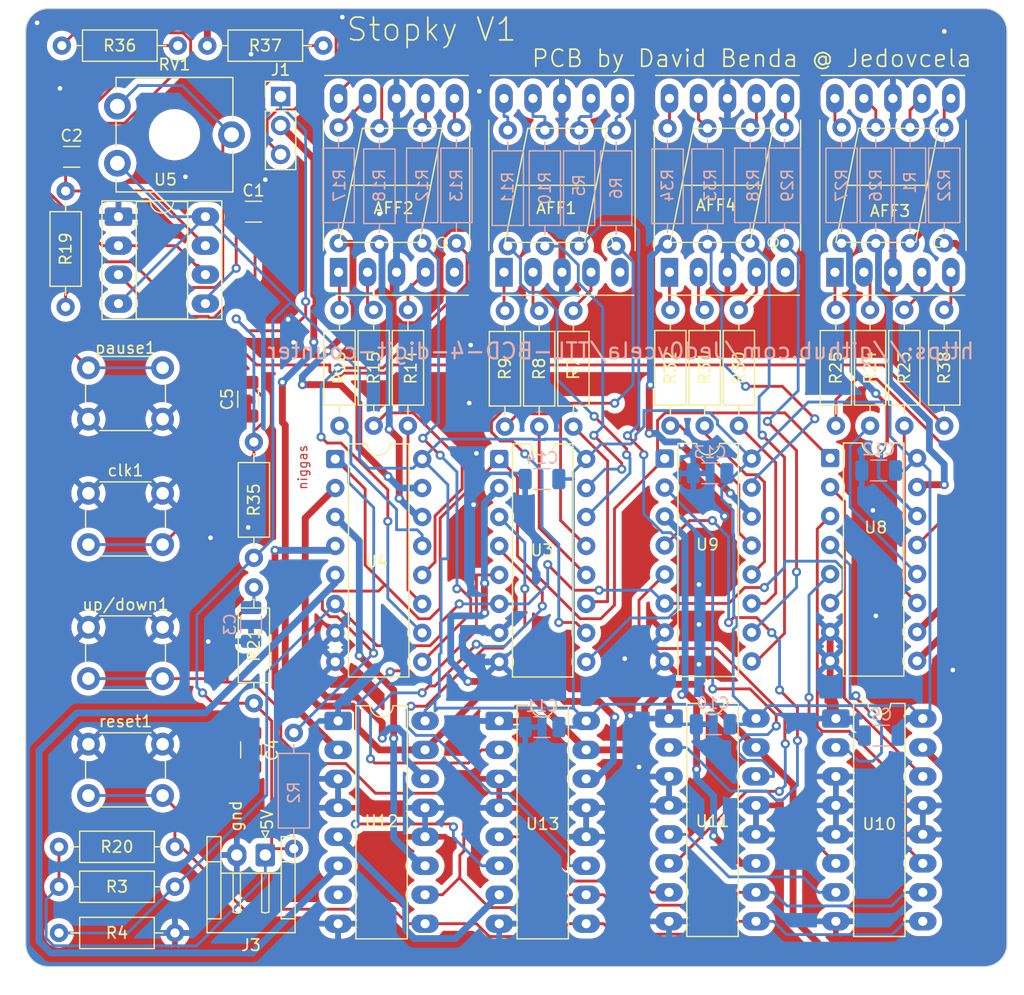
<source format=kicad_pcb>
(kicad_pcb (version 20241229) (generator "pcbnew") (generator_version "9.0")
  (layers (0 "F.Cu" signal) (2 "B.Cu" signal) (13 "F.Paste" user) (15 "B.Paste" user) (5 "F.SilkS" user "F.Silkscreen") (7 "B.SilkS" user "B.Silkscreen") (1 "F.Mask" user) (3 "B.Mask" user) (25 "Edge.Cuts" user))
  (net 0 "")
  (net 1 "Net-(AFF1-b)")
  (net 2 "Net-(AFF1-a)")
  (net 3 "Net-(AFF1-f)")
  (net 4 "Net-(AFF1-d)")
  (net 5 "GND")
  (net 6 "Net-(AFF1-g)")
  (net 7 "Net-(AFF1-c)")
  (net 8 "Net-(AFF1-e)")
  (net 10 "Net-(AFF2-f)")
  (net 11 "Net-(AFF2-e)")
  (net 12 "Net-(AFF2-d)")
  (net 13 "Net-(AFF2-b)")
  (net 14 "Net-(AFF2-a)")
  (net 15 "Net-(AFF2-g)")
  (net 16 "unconnected-(AFF2-DP-Pad5)")
  (net 17 "Net-(AFF2-c)")
  (net 18 "Net-(AFF3-b)")
  (net 19 "Net-(AFF3-f)")
  (net 20 "Net-(AFF3-g)")
  (net 21 "Net-(AFF3-c)")
  (net 22 "Net-(AFF3-a)")
  (net 23 "Net-(AFF3-e)")
  (net 24 "Net-(AFF3-d)")
  (net 25 "Net-(AFF4-b)")
  (net 26 "Net-(AFF4-e)")
  (net 27 "Net-(AFF4-a)")
  (net 28 "Net-(AFF4-d)")
  (net 29 "Net-(AFF4-g)")
  (net 30 "Net-(AFF4-c)")
  (net 32 "Net-(AFF4-f)")
  (net 33 "Net-(U5-CV)")
  (net 34 "Net-(J1-Pin_1)")
  (net 35 "clock")
  (net 36 "Net-(J1-Pin_3)")
  (net 37 "Net-(U8-a)")
  (net 38 "strobe")
  (net 39 "+5V")
  (net 40 "freq")
  (net 41 "Net-(U3-a)")
  (net 42 "Net-(U3-b)")
  (net 43 "Net-(U3-c)")
  (net 44 "Net-(U3-d)")
  (net 45 "Net-(U3-e)")
  (net 46 "Net-(U3-f)")
  (net 47 "Net-(U3-g)")
  (net 48 "Net-(U4-a)")
  (net 49 "Net-(U4-b)")
  (net 50 "Net-(U4-c)")
  (net 51 "Net-(U4-d)")
  (net 52 "Net-(U4-e)")
  (net 53 "Net-(U4-f)")
  (net 54 "Net-(U4-g)")
  (net 55 "Net-(R19-Pad1)")
  (net 56 "Net-(U5-DIS)")
  (net 57 "reset")
  (net 58 "d{slash}u")
  (net 59 "Net-(U8-b)")
  (net 60 "Net-(U8-c)")
  (net 61 "Net-(U8-d)")
  (net 62 "Net-(U8-e)")
  (net 63 "Net-(U8-f)")
  (net 64 "Net-(U8-g)")
  (net 65 "Net-(U9-a)")
  (net 66 "Net-(U9-b)")
  (net 67 "Net-(U9-c)")
  (net 68 "Net-(U9-d)")
  (net 69 "Net-(U9-e)")
  (net 70 "Net-(U9-f)")
  (net 71 "Net-(U9-g)")
  (net 72 "Net-(U5-THR)")
  (net 73 "Net-(U5-Q)")
  (net 74 "Net-(U13-Q4)")
  (net 75 "Net-(U13-Q1)")
  (net 76 "Net-(U13-Q2)")
  (net 77 "Net-(U13-Q3)")
  (net 78 "Net-(U12-Q1)")
  (net 79 "Net-(U12-Q3)")
  (net 80 "Net-(U12-Q4)")
  (net 81 "Net-(U12-Q2)")
  (net 82 "Net-(U10-Q1)")
  (net 83 "Net-(U10-Q4)")
  (net 84 "Net-(U10-Q2)")
  (net 85 "Net-(U10-Q3)")
  (net 86 "Net-(U11-Q4)")
  (net 87 "Net-(U11-Q1)")
  (net 88 "Net-(U11-Q3)")
  (net 89 "Net-(U11-Q2)")
  (net 90 "Net-(U10-CO)")
  (net 91 "Net-(U11-CO)")
  (net 93 "Net-(U12-CI)")
  (net 94 "Net-(AFF3-DP)")
  (footprint "Package_DIP:DIP-16_W7.62mm" (layer "F.Cu") (at 226.5 101.42)
    (property "Reference" "U8")
    (property "Value" "4056")
  )
  (footprint "Resistor_THT:R_Axial_DIN0207_L6.3mm_D2.5mm_P10.16mm_Horizontal" (layer "F.Cu") (at 215.5 98.58 90)
    (property "Reference" "R31")
    (property "Value" "1k")
  )
  (footprint "Package_DIP:DIP-16_W7.62mm" (layer "F.Cu") (at 183.13 101.5)
    (property "Reference" "U4")
    (property "Value" "4056")
  )
  (footprint "Resistor_THT:R_Axial_DIN0207_L6.3mm_D2.5mm_P10.16mm_Horizontal" (layer "F.Cu") (at 233 98.58 90)
    (property "Reference" "R23")
    (property "Value" "1k")
  )
  (footprint "Package_DIP:DIP-16_W7.62mm_LongPads" (layer "F.Cu") (at 183.38 124.46)
    (property "Reference" "U12")
    (property "Value" "4510")
  )
  (footprint "Resistor_THT:R_Axial_DIN0207_L6.3mm_D2.5mm_P10.16mm_Horizontal" (layer "F.Cu") (at 158.92 143.05)
    (property "Reference" "R4")
    (property "Value" "NC")
  )
  (footprint "Resistor_THT:R_Axial_DIN0207_L6.3mm_D2.5mm_P10.16mm_Horizontal" (layer "F.Cu") (at 158.92 135.5)
    (property "Reference" "R20")
    (property "Value" "10k")
  )
  (footprint "Resistor_THT:R_Axial_DIN0207_L6.3mm_D2.5mm_P10.16mm_Horizontal" (layer "F.Cu") (at 159.5 88.16 90)
    (property "Reference" "R19")
    (property "Value" "33k")
  )
  (footprint "Resistor_THT:R_Axial_DIN0207_L6.3mm_D2.5mm_P10.16mm_Horizontal" (layer "F.Cu") (at 176 122.91 90)
    (property "Reference" "R21")
    (property "Value" "10k")
  )
  (footprint "Capacitor_SMD:C_1206_3216Metric" (layer "F.Cu") (at 175.5 96.25 90)
    (property "Reference" "C5")
    (property "Value" "100n")
  )
  (footprint "Connector_PinHeader_2.54mm:PinHeader_1x03_P2.54mm_Vertical" (layer "F.Cu") (at 178.34 69.71)
    (property "Reference" "J1")
    (property "Value" "Conn_01x03_Pin")
  )
  (footprint "Capacitor_SMD:C_1206_3216Metric" (layer "F.Cu") (at 160.025 75)
    (property "Reference" "C2")
    (property "Value" "10u")
  )
  (footprint "Resistor_THT:R_Axial_DIN0207_L6.3mm_D2.5mm_P10.16mm_Horizontal" (layer "F.Cu") (at 218.5 98.58 90)
    (property "Reference" "R30")
    (property "Value" "1k")
  )
  (footprint "Button_Switch_THT:SW_PUSH_6mm" (layer "F.Cu") (at 168 98 180)
    (property "Reference" "pause1")
    (property "Value" "SW_Push")
  )
  (footprint "Display_7Segment:7SegmentLED_LTS6760_LTS6780" (layer "F.Cu") (at 226.92 85.12 90)
    (property "Reference" "AFF3")
    (property "Value" "LTS-6980HR")
  )
  (footprint "Resistor_THT:R_Axial_DIN0207_L6.3mm_D2.5mm_P10.16mm_Horizontal" (layer "F.Cu") (at 159.17 65.25)
    (property "Reference" "R36")
    (property "Value" "47k")
  )
  (footprint "Display_7Segment:7SegmentLED_LTS6760_LTS6780" (layer "F.Cu") (at 212.42 85.12 90)
    (property "Reference" "AFF4")
    (property "Value" "LTS-6980HR")
  )
  (footprint "Resistor_THT:R_Axial_DIN0207_L6.3mm_D2.5mm_P10.16mm_Horizontal" (layer "F.Cu") (at 158.92 139)
    (property "Reference" "R3")
    (property "Value" "NC")
  )
  (footprint "Resistor_THT:R_Axial_DIN0207_L6.3mm_D2.5mm_P10.16mm_Horizontal" (layer "F.Cu") (at 186.5 98.58 90)
    (property "Reference" "R15")
    (property "Value" "1k")
  )
  (footprint "Button_Switch_THT:SW_PUSH_6mm" (layer "F.Cu") (at 161.5 126.5)
    (property "Reference" "reset1")
    (property "Value" "SW_Push")
  )
  (footprint "Package_DIP:DIP-16_W7.62mm_LongPads" (layer "F.Cu") (at 227 124.25)
    (property "Reference" "U10")
    (property "Value" "4510")
  )
  (footprint "Resistor_THT:R_Axial_DIN0207_L6.3mm_D2.5mm_P10.16mm_Horizontal" (layer "F.Cu") (at 171.92 65.25)
    (property "Reference" "R37")
    (property "Value" "10k")
  )
  (footprint "Package_DIP:DIP-16_W7.62mm" (layer "F.Cu") (at 197.5 101.5)
    (property "Reference" "U3")
    (property "Value" "4056")
  )
  (footprint "Resistor_THT:R_Axial_DIN0207_L6.3mm_D2.5mm_P10.16mm_Horizontal" (layer "F.Cu") (at 230 98.58 90)
    (property "Reference" "R24")
    (property "Value" "1k")
  )
  (footprint "Display_7Segment:7SegmentLED_LTS6760_LTS6780" (layer "F.Cu") (at 183.42 85.12 90)
    (property "Reference" "AFF2")
    (property "Value" "LTS-6980HR")
  )
  (footprint "Package_DIP:DIP-16_W7.62mm_LongPads" (layer "F.Cu") (at 212.38 124.25)
    (property "Reference" "U11")
    (property "Value" "4510")
  )
  (footprint "Resistor_THT:R_Axial_DIN0207_L6.3mm_D2.5mm_P10.16mm_Horizontal" (layer "F.Cu") (at 227 98.58 90)
    (property "Reference" "R25")
    (property "Value" "1k")
  )
  (footprint "Resistor_THT:R_Axial_DIN0207_L6.3mm_D2.5mm_P10.16mm_Horizontal" (layer "F.Cu") (at 198 98.66 90)
    (property "Reference" "R9")
    (property "Value" "1k")
  )
  (footprint "Resistor_THT:R_Axial_DIN0207_L6.3mm_D2.5mm_P10.16mm_Horizontal" (layer "F.Cu") (at 204 98.66 90)
    (property "Reference" "R7")
    (property "Value" "1k")
  )
  (footprint "Capacitor_SMD:C_1206_3216Metric" (layer "F.Cu") (at 175.75 127 -90)
    (property "Reference" "C4")
    (property "Value" "100n")
  )
  (footprint "Resistor_THT:R_Axial_DIN0207_L6.3mm_D2.5mm_P10.16mm_Horizontal" (layer "F.Cu") (at 236.5 88.42 -90)
    (property "Reference" "R38")
    (property "Value" "1k")
  )
  (footprint "Display_7Segment:7SegmentLED_LTS6760_LTS6780" (layer "F.Cu") (at 197.92 85.12 90)
    (property "Reference" "AFF1")
    (property "Value" "LTS-6980HR")
  )
  (footprint "Button_Switch_THT:SW_PUSH_6mm" (layer "F.Cu") (at 161.5 104.5)
    (property "Reference" "clk1")
    (property "Value" "SW_Push")
  )
  (footprint "Resistor_THT:R_Axial_DIN0207_L6.3mm_D2.5mm_P10.16mm_Horizontal" (layer "F.Cu") (at 189.5 98.58 90)
    (property "Reference" "R14")
    (property "Value" "1k")
  )
  (footprint "Potentiometer_THT:Potentiometer_ACP_CA9-V10_Vertical_Hole" (layer "F.Cu") (at 164.04 75.56)
    (property "Reference" "RV1")
    (property "Value" "R_Potentiometer")
  )
  (footprint "Package_DIP:DIP-8_W7.62mm_Socket_LongPads" (layer "F.Cu") (at 164.13 80.25)
    (property "Reference" "U5")
    (property "Value" "ICM7555xP")
  )
  (footprint "Package_DIP:DIP-16_W7.62mm" (layer "F.Cu") (at 212 101.46)
    (property "Reference" "U9")
    (property "Value" "4056")
  )
  (footprint "Capacitor_SMD:C_1206_3216Metric" (layer "F.Cu") (at 175.965 79.81)
    (property "Reference" "C1")
    (property "Value" "100n")
  )
  (footprint "Connector_JST:JST_EH_S2B-EH_1x02_P2.50mm_Horizontal" (layer "F.Cu") (at 177 136.2175 180)
    (property "Reference" "J3")
    (property "Value" "Conn_01x02_Pin")
  )
  (footprint "Resistor_THT:R_Axial_DIN0207_L6.3mm_D2.5mm_P10.16mm_Horizontal" (layer "F.Cu") (at 201 98.66 90)
    (property "Reference" "R8")
    (property "Value" "1k")
  )
  (footprint "Resistor_THT:R_Axial_DIN0207_L6.3mm_D2.5mm_P10.16mm_Horizontal" (layer "F.Cu") (at 212.5 98.58 90)
    (property "Reference" "R32")
    (property "Value" "1k")
  )
  (footprint "Package_DIP:DIP-16_W7.62mm_LongPads" (layer "F.Cu") (at 197.5 124.46)
    (property "Reference" "U13")
    (property "Value" "4510")
  )
  (footprint "Button_Switch_THT:SW_PUSH_6mm" (layer "F.Cu") (at 161.5 116.25)
    (property "Reference" "up/down1")
    (property "Value" "SW_Push")
  )
  (footprint "Resistor_THT:R_Axial_DIN0207_L6.3mm_D2.5mm_P10.16mm_Horizontal" (layer "F.Cu") (at 183.5 98.58 90)
    (property "Reference" "R16")
    (property "Value" "1k")
  )
  (footprint "Resistor_THT:R_Axial_DIN0207_L6.3mm_D2.5mm_P10.16mm_Horizontal" (layer "F.Cu") (at 176 110.16 90)
    (property "Reference" "R35")
    (property "Value" "10k")
  )
  (footprint "Resistor_THT:R_Axial_DIN0207_L6.3mm_D2.5mm_P10.16mm_Horizontal" (layer "B.Cu") (at 204.5 82.83 90)
    (property "Reference" "R5")
    (property "Value" "1k")
  )
  (footprint "Resistor_THT:R_Axial_DIN0207_L6.3mm_D2.5mm_P10.16mm_Horizontal" (layer "B.Cu") (at 198.25 82.83 90)
    (property "Reference" "R11")
    (property "Value" "1k")
  )
  (footprint "Resistor_THT:R_Axial_DIN0207_L6.3mm_D2.5mm_P10.16mm_Horizontal" (layer "B.Cu") (at 215.75 82.66 90)
    (property "Reference" "R33")
    (property "Value" "1k")
  )
  (footprint "Resistor_THT:R_Axial_DIN0207_L6.3mm_D2.5mm_P10.16mm_Horizontal" (layer "B.Cu") (at 179.5 135.66 90)
    (property "Reference" "R2")
    (property "Value" "NC")
  )
  (footprint "Capacitor_SMD:C_1206_3216Metric" (layer "B.Cu") (at 201.25 125 180)
    (property "Reference" "C11")
    (property "Value" "100n")
  )
  (footprint "Capacitor_SMD:C_1206_3216Metric" (layer "B.Cu") (at 230.975 125.75 180)
    (property "Reference" "C9")
    (property "Value" "100n")
  )
  (footprint "Resistor_THT:R_Axial_DIN0207_L6.3mm_D2.5mm_P10.16mm_Horizontal" (layer "B.Cu") (at 183.42 82.58 90)
    (property "Reference" "R17")
    (property "Value" "1k")
  )
  (footprint "Capacitor_SMD:C_1206_3216Metric" (layer "B.Cu") (at 175.75 116 -90)
    (property "Reference" "C3")
    (property "Value" "100n")
  )
  (footprint "Resistor_THT:R_Axial_DIN0207_L6.3mm_D2.5mm_P10.16mm_Horizontal" (layer "B.Cu") (at 222.5 82.58 90)
    (property "Reference" "R29")
    (property "Value" "1k")
  )
  (footprint "Resistor_THT:R_Axial_DIN0207_L6.3mm_D2.5mm_P10.16mm_Horizontal" (layer "B.Cu") (at 207.75 82.83 90)
    (property "Reference" "R6")
    (property "Value" "1k")
  )
  (footprint "Resistor_THT:R_Axial_DIN0207_L6.3mm_D2.5mm_P10.16mm_Horizontal" (layer "B.Cu") (at 230.5 82.58 90)
    (property "Reference" "R26")
    (property "Value" "1k")
  )
  (footprint "Capacitor_SMD:C_1206_3216Metric" (layer "B.Cu") (at 201.25 103.25 180)
    (property "Reference" "C14")
    (property "Value" "100n")
  )
  (footprint "Resistor_THT:R_Axial_DIN0207_L6.3mm_D2.5mm_P10.16mm_Horizontal" (layer "B.Cu") (at 193.75 82.58 90)
    (property "Reference" "R13")
    (property "Value" "1k")
  )
  (footprint "Resistor_THT:R_Axial_DIN0207_L6.3mm_D2.5mm_P10.16mm_Horizontal" (layer "B.Cu") (at 201.5 82.83 90)
    (property "Reference" "R10")
    (property "Value" "1k")
  )
  (footprint "Resistor_THT:R_Axial_DIN0207_L6.3mm_D2.5mm_P10.16mm_Horizontal" (layer "B.Cu") (at 219.5 82.58 90)
    (property "Reference" "R28")
    (property "Value" "1k")
  )
  (footprint "Resistor_THT:R_Axial_DIN0207_L6.3mm_D2.5mm_P10.16mm_Horizontal" (layer "B.Cu") (at 227.5 82.58 90)
    (property "Reference" "R27")
    (property "Value" "1k")
  )
  (footprint "Resistor_THT:R_Axial_DIN0207_L6.3mm_D2.5mm_P10.16mm_Horizontal" (layer "B.Cu") (at 233.5 82.58 90)
    (property "Reference" "R1")
    (property "Value" "1k")
  )
  (footprint "Resistor_THT:R_Axial_DIN0207_L6.3mm_D2.5mm_P10.16mm_Horizontal" (layer "B.Cu") (at 236.5 82.58 90)
    (property "Reference" "R22")
    (property "Value" "1k")
  )
  (footprint "Resistor_THT:R_Axial_DIN0207_L6.3mm_D2.5mm_P10.16mm_Horizontal" (layer "B.Cu") (at 212.25 82.66 90)
    (property "Reference" "R34")
    (property "Value" "1k")
  )
  (footprint "Resistor_THT:R_Axial_DIN0207_L6.3mm_D2.5mm_P10.16mm_Horizontal" (layer "B.Cu") (at 190.75 82.58 90)
    (property "Reference" "R12")
    (property "Value" "1k")
  )
  (footprint "Capacitor_SMD:C_1206_3216Metric" (layer "B.Cu") (at 215.975 102.75 180)
    (property "Reference" "C13")
    (property "Value" "100n")
  )
  (footprint "Capacitor_SMD:C_1206_3216Metric" (layer "B.Cu") (at 216.25 124.75 180)
    (property "Reference" "C10")
    (property "Value" "100n")
  )
  (footprint "Resistor_THT:R_Axial_DIN0207_L6.3mm_D2.5mm_P10.16mm_Horizontal" (layer "B.Cu") (at 187 82.66 90)
    (property "Reference" "R18")
    (property "Value" "1k")
  )
  (footprint "Capacitor_SMD:C_1206_3216Metric" (layer "B.Cu") (at 230.75 102.5 180)
    (property "Reference" "C12")
    (property "Value" "100n")
  )
  (gr_line (start 156 144) (end 156 64) (stroke (width 0.1)) (layer "Edge.Cuts"))
  (gr_arc (start 158 146) (mid 156.585786 145.414214) (end 156 144) (stroke (width 0.1)) (layer "Edge.Cuts"))
  (gr_arc (start 156 64) (mid 156.585786 62.585786) (end 158 62) (stroke (width 0.1)) (layer "Edge.Cuts"))
  (gr_line (start 158 62) (end 240 62) (stroke (width 0.1)) (layer "Edge.Cuts"))
  (gr_line (start 158 146) (end 240 146) (stroke (width 0.1)) (layer "Edge.Cuts"))
  (gr_arc (start 242 144) (mid 241.414214 145.414214) (end 240 146) (stroke (width 0.1)) (layer "Edge.Cuts"))
  (gr_arc (start 240 62) (mid 241.414214 62.585786) (end 242 64) (stroke (width 0.1)) (layer "Edge.Cuts"))
  (gr_line (start 242 64) (end 242 144) (stroke (width 0.1)) (layer "Edge.Cuts"))
  (gr_text "niggas" (at 180.75 104.25 90) (layer "F.Cu") (effects (font (size 0.8 0.8) (thickness 0.1)) (justify left bottom)))
  (gr_text "5V\n" (at 177.75 134.1175 90) (layer "F.SilkS") (effects (font (size 1 1)) (justify left bottom)))
  (gr_text "Stopky V1" (at 184 65 0) (layer "F.SilkS") (effects (font (size 2 2)) (justify left bottom)))
  (gr_text "gnd" (at 175 134.25 90) (layer "F.SilkS") (effects (font (size 1 1)) (justify left bottom)))
  (gr_text "PCB by David Benda @ Jedovcela" (at 200.25 67.25 0) (layer "F.SilkS") (effects (font (size 1.5 1.5)) (justify left bottom)))
  (gr_text "https://github.com/Jed0vcela/TTL-BCD-4-digit-counter" (at 239.25 92.85 0) (layer "B.SilkS") (effects (font (size 1.4 1.4) (thickness 0.2)) (justify left bottom mirror)))
  (segment (start 208.08 69.88) (end 208.08 71.4687) (width 0.25) (layer "B.Cu") (net 1))
  (segment (start 207.905 71.4687) (end 207.75 71.6233) (width 0.25) (layer "B.Cu") (net 1))
  (segment (start 207.75 71.6233) (end 207.75 72.75) (width 0.25) (layer "B.Cu") (net 1))
  (segment (start 208.08 71.4687) (end 207.905 71.4687) (width 0.25) (layer "B.Cu") (net 1))
  (segment (start 205.54 71.4687) (end 204.655 71.4687) (width 0.25) (layer "B.Cu") (net 2))
  (segment (start 205.54 69.88) (end 205.54 71.4687) (width 0.25) (layer "B.Cu") (net 2))
  (segment (start 204.5 71.6233) (end 204.5 72.75) (width 0.25) (layer "B.Cu") (net 2))
  (segment (start 204.655 71.4687) (end 204.5 71.6233) (width 0.25) (layer "B.Cu") (net 2))
  (segment (start 201.5 71.5433) (end 201.5 72.67) (width 0.25) (layer "B.Cu") (net 3))
  (segment (start 201.425 71.4687) (end 201.5 71.5433) (width 0.25) (layer "B.Cu") (net 3))
  (segment (start 200.46 71.4687) (end 201.425 71.4687) (width 0.25) (layer "B.Cu") (net 3))
  (segment (start 200.46 69.88) (end 200.46 71.4687) (width 0.25) (layer "B.Cu") (net 3))
  (segment (start 200.46 85.12) (end 200.46 87.96) (width 0.25) (layer "F.Cu") (net 4))
  (segment (start 200.46 87.96) (end 201 88.5) (width 0.25) (layer "F.Cu") (net 4))
  (segment (start 232.25 85) (end 232.13 85.12) (width 0.25) (layer "F.Cu") (net 5))
  (segment (start 192.317 82.173108) (end 193.211108 81.279) (width 0.6) (layer "F.Cu") (net 5))
  (segment (start 226.5 123.75) (end 227 124.25) (width 0.6) (layer "F.Cu") (net 5))
  (segment (start 201.788892 81.279) (end 203 82.490108) (width 0.6) (layer "F.Cu") (net 5))
  (segment (start 188.961108 89.721) (end 190.195805 89.721) (width 0.6) (layer "F.Cu") (net 5))
  (segment (start 232.13 85.12) (end 232 85.12) (width 0.25) (layer "F.Cu") (net 5))
  (segment (start 188.199 88.958892) (end 188.961108 89.721) (width 0.6) (layer "F.Cu") (net 5))
  (segment (start 226.5 116.66) (end 226.5 119.2) (width 0.6) (layer "F.Cu") (net 5))
  (segment (start 217.5 85.12) (end 217.5 82.3) (width 0.6) (layer "F.Cu") (net 5))
  (segment (start 234.74 131.75) (end 234.75 131.75) (width 0.6) (layer "F.Cu") (net 5))
  (segment (start 232 69.75) (end 232 69.88) (width 0.25) (layer "F.Cu") (net 5))
  (segment (start 203 85.12) (end 203 79.5) (width 0.6) (layer "F.Cu") (net 5))
  (segment (start 231.3 80.9) (end 232 81.6) (width 0.6) (layer "F.Cu") (net 5))
  (segment (start 232 81.6) (end 232 85.12) (width 0.6) (layer "F.Cu") (net 5))
  (segment (start 188.199 85.421) (end 188.199 88.958892) (width 0.6) (layer "F.Cu") (net 5))
  (segment (start 215 79.5) (end 217.5 82) (width 0.6) (layer "F.Cu") (net 5))
  (segment (start 217.5 82) (end 217.5 85.12) (width 0.6) (layer "F.Cu") (net 5))
  (segment (start 203 79.5) (end 215 79.5) (width 0.6) (layer "F.Cu") (net 5))
  (segment (start 193.211108 81.279) (end 201.788892 81.279) (width 0.6) (layer "F.Cu") (net 5))
  (segment (start 192.317 87.599805) (end 192.317 82.173108) (width 0.6) (layer "F.Cu") (net 5))
  (segment (start 226.5 119.2) (end 226.5 123.75) (width 0.6) (layer "F.Cu") (net 5))
  (segment (start 190.195805 89.721) (end 192.317 87.599805) (width 0.6) (layer "F.Cu") (net 5))
  (segment (start 203 82.490108) (end 203 85.12) (width 0.6) (layer "F.Cu") (net 5))
  (segment (start 188.5 85.12) (end 188.199 85.421) (width 0.6) (layer "F.Cu") (net 5))
  (segment (start 218.9 80.9) (end 231.3 80.9) (width 0.6) (layer "F.Cu") (net 5))
  (segment (start 217.5 82.3) (end 218.9 80.9) (width 0.6) (layer "F.Cu") (net 5))
  (segment (start 203 85.12) (end 203 69.88) (width 0.6) (layer "F.Cu") (net 5))
  (via (at 187 80) (size 0.8) (drill 0.4) (layers "F.Cu" "B.Cu") (net 5))
  (via (at 172.2 108.4) (size 0.8) (drill 0.4) (layers "F.Cu" "B.Cu") (net 5))
  (via (at 237.25 120) (size 0.8) (drill 0.4) (layers "F.Cu" "B.Cu") (net 5))
  (via (at 195.75 69.25) (size 0.8) (drill 0.4) (layers "F.Cu" "B.Cu") (net 5))
  (via (at 159 69) (size 0.8) (drill 0.4) (layers "F.Cu" "B.Cu") (net 5))
  (via (at 209 124) (size 0.8) (drill 0.4) (layers "F.Cu" "B.Cu") (net 5))
  (via (at 183.75 62.75) (size 0.8) (drill 0.4) (layers "F.Cu" "B.Cu") (net 5))
  (via (at 230.25 106) (size 0.8) (drill 0.4) (layers "F.Cu" "B.Cu") (net 5))
  (via (at 236.5 64) (size 0.8) (drill 0.4) (layers "F.Cu" "B.Cu") (net 5))
  (via (at 170 76.75) (size 0.8) (drill 0.4) (layers "F.Cu" "B.Cu") (net 5))
  (via (at 195.5 101) (size 0.8) (drill 0.4) (layers "F.Cu" "B.Cu") (net 5))
  (via (at 194.87398 96.590973) (size 0.8) (drill 0.4) (layers "F.Cu" "B.Cu") (net 5))
  (via (at 215 112.5) (size 0.8) (drill 0.4) (layers "F.Cu" "B.Cu") (net 5))
  (via (at 157 63.25) (size 0.8) (drill 0.4) (layers "F.Cu" "B.Cu") (net 5))
  (via (at 172 117.5) (size 0.8) (drill 0.4) (layers "F.Cu" "B.Cu") (net 5))
  (via (at 175.5 107.5) (size 0.8) (drill 0.4) (layers "F.Cu" "B.Cu") (net 5))
  (via (at 208.5 119) (size 0.8) (drill 0.4) (layers "F.Cu" "B.Cu") (net 5))
  (via (at 179 89.25) (size 0.8) (drill 0.4) (layers "F.Cu" "B.Cu") (net 5))
  (via (at 175.75 66) (size 0.8) (drill 0.4) (layers "F.Cu" "B.Cu") (net 5))
  (via (at 195.25 105.5) (size 0.8) (drill 0.4) (layers "F.Cu" "B.Cu") (net 5))
  (via (at 179.475898 91.271922) (size 0.8) (drill 0.4) (layers "F.Cu" "B.Cu") (net 5))
  (via (at 177 77) (size 0.8) (drill 0.4) (layers "F.Cu" "B.Cu") (net 5))
  (via (at 215 116) (size 0.8) (drill 0.4) (layers "F.Cu" "B.Cu") (net 5))
  (via (at 215 119.5) (size 0.8) (drill 0.4) (layers "F.Cu" "B.Cu") (net 5))
  (via (at 195 91.5) (size 0.8) (drill 0.4) (layers "F.Cu" "B.Cu") (net 5))
  (via (at 217.25 106.5) (size 0.8) (drill 0.4) (layers "F.Cu" "B.Cu") (net 5))
  (via (at 230.5 115.25) (size 0.8) (drill 0.4) (layers "F.Cu" "B.Cu") (net 5))
  (via (at 209.75 128.5) (size 0.8) (drill 0.4) (layers "F.Cu" "B.Cu") (net 5))
  (segment (start 197.5 116.74) (end 196.49 116.74) (width 0.6) (layer "B.Cu") (net 5))
  (segment (start 196.49 116.74) (end 196.25 116.5) (width 0.6) (layer "B.Cu") (net 5))
  (segment (start 227.25 124.5) (end 227 124.25) (width 0.6) (layer "B.Cu") (net 5))
  (segment (start 198.04 125) (end 197.5 124.46) (width 0.3) (layer "B.Cu") (net 5))
  (segment (start 199.775 125) (end 198.04 125) (width 0.3) (layer "B.Cu") (net 5))
  (segment (start 212.88 124.75) (end 212.38 124.25) (width 0.3) (layer "B.Cu") (net 5))
  (segment (start 194.75 116.5) (end 194.25 117) (width 0.6) (layer "B.Cu") (net 5))
  (segment (start 183.38 142.24) (end 183.39 142.25) (width 0.6) (layer "B.Cu") (net 5))
  (segment (start 229.5 125.75) (end 228.75 125) (width 0.6) (layer "B.Cu") (net 5))
  (segment (start 199.275 102.75) (end 195.75 102.75) (width 0.3) (layer "B.Cu") (net 5))
  (segment (start 188.5 85.12) (end 188.5 69.88) (width 0.6) (layer "B.Cu") (net 5))
  (segment (start 196.25 116.5) (end 194.75 116.5) (width 0.6) (layer "B.Cu") (net 5))
  (segment (start 232 85.12) (end 232 69.88) (width 0.25) (layer "B.Cu") (net 5))
  (segment (start 228.75 124.5) (end 227.25 124.5) (width 0.6) (layer "B.Cu") (net 5))
  (segment (start 214.775 124.75) (end 212.88 124.75) (width 0.3) (layer "B.Cu") (net 5))
  (segment (start 194.25 117) (end 194.25 118) (width 0.6) (layer "B.Cu") (net 5))
  (segment (start 195.53 119.28) (end 197.5 119.28) (width 0.6) (layer "B.Cu") (net 5))
  (segment (start 217.5 85.12) (end 217.5 69.88) (width 0.6) (layer "B.Cu") (net 5))
  (segment (start 228.75 125) (end 228.75 124.5) (width 0.6) (layer "B.Cu") (net 5))
  (segment (start 199.775 103.25) (end 199.275 102.75) (width 0.3) (layer "B.Cu") (net 5))
  (segment (start 194.25 118) (end 195.53 119.28) (width 0.6) (layer "B.Cu") (net 5))
  (segment (start 183.39 142.25) (end 184.25 142.25) (width 0.6) (layer "B.Cu") (net 5))
  (segment (start 197.92 69.88) (end 197.92 71.4687) (width 0.25) (layer "B.Cu") (net 6))
  (segment (start 198.25 71.5433) (end 198.25 72.67) (width 0.25) (layer "B.Cu") (net 6))
  (segment (start 198.175 71.4687) (end 198.25 71.5433) (width 0.25) (layer "B.Cu") (net 6))
  (segment (start 197.92 71.4687) (end 198.175 71.4687) (width 0.25) (layer "B.Cu") (net 6))
  (segment (start 205.54 86.71) (end 205.54 85.12) (width 0.25) (layer "F.Cu") (net 7))
  (segment (start 204 88.25) (end 205.54 86.71) (width 0.25) (layer "F.Cu") (net 7))
  (segment (start 204 88.5) (end 204 88.25) (width 0.25) (layer "F.Cu") (net 7))
  (segment (start 197.92 85.12) (end 197.92 88.42) (width 0.25) (layer "F.Cu") (net 8))
  (segment (start 197.92 88.42) (end 198 88.5) (width 0.25) (layer "F.Cu") (net 8))
  (segment (start 185.96 69.88) (end 183.42 72.42) (width 0.25) (layer "F.Cu") (net 10))
  (segment (start 183.5 88.42) (end 183.5 85.2) (width 0.25) (layer "F.Cu") (net 11))
  (segment (start 183.5 85.2) (end 183.42 85.12) (width 0.25) (layer "F.Cu") (net 11))
  (segment (start 185.96 85.12) (end 185.96 87.88) (width 0.25) (layer "F.Cu") (net 12))
  (segment (start 185.96 87.88) (end 186.5 88.42) (width 0.25) (layer "F.Cu") (net 12))
  (segment (start 193.58 72.25) (end 193.75 72.42) (width 0.25) (layer "F.Cu") (net 13))
  (segment (start 193.58 69.88) (end 193.58 72.25) (width 0.25) (layer "F.Cu") (net 13))
  (segment (start 191.04 72.13) (end 190.75 72.42) (width 0.25) (layer "F.Cu") (net 14))
  (segment (start 191.04 69.88) (end 191.04 72.13) (width 0.25) (layer "F.Cu") (net 14))
  (segment (start 187.048 72.452) (end 187.048 71.847) (width 0.25) (layer "F.Cu") (net 15))
  (segment (start 187.2 71.695) (end 187.2 68.6) (width 0.25) (layer "F.Cu") (net 15))
  (segment (start 184.8 68) (end 183.42 69.38) (width 0.25) (layer "F.Cu") (net 15))
  (segment (start 187 71.895) (end 187 72.5) (width 0.25) (layer "F.Cu") (net 15))
  (segment (start 186.6 68) (end 184.8 68) (width 0.25) (layer "F.Cu") (net 15))
  (segment (start 183.42 69.38) (end 183.42 69.88) (width 0.25) (layer "F.Cu") (net 15))
  (segment (start 187.048 71.847) (end 187.2 71.695) (width 0.25) (layer "F.Cu") (net 15))
  (segment (start 187.048 71.847) (end 187 71.895) (width 0.25) (layer "F.Cu") (net 15))
  (segment (start 187.2 68.6) (end 186.6 68) (width 0.25) (layer "F.Cu") (net 15))
  (segment (start 193.58 85.12) (end 193.58 85.92) (width 0.25) (layer "F.Cu") (net 16))
  (segment (start 193.58 85.92) (end 193.5 86) (width 0.25) (layer "F.Cu") (net 16))
  (segment (start 189.5 86.66) (end 191.04 85.12) (width 0.25) (layer "F.Cu") (net 17))
  (segment (start 189.5 88.42) (end 189.5 86.66) (width 0.25) (layer "F.Cu") (net 17))
  (segment (start 237.25 70) (end 236.5 70.75) (width 0.25) (layer "F.Cu") (net 18))
  (segment (start 237.08 69.88) (end 237.13 69.88) (width 0.25) (layer "F.Cu") (net 18))
  (segment (start 236.5 70.75) (end 236.5 72.42) (width 0.25) (layer "F.Cu") (net 18))
  (segment (start 237.13 69.88) (end 237.25 70) (width 0.25) (layer "F.Cu") (net 18))
  (segment (start 229.46 69.88) (end 230.5 70.92) (width 0.25) (layer "F.Cu") (net 19))
  (segment (start 230.5 70.92) (end 230.5 72.42) (width 0.25) (layer "F.Cu") (net 19))
  (segment (start 226.92 71.84) (end 227.5 72.42) (width 0.25) (layer "F.Cu") (net 20))
  (segment (start 226.92 69.88) (end 226.92 71.84) (width 0.25) (layer "F.Cu") (net 20))
  (segment (start 234.54 85.12) (end 234.54 86.88) (width 0.25) (layer "F.Cu") (net 21))
  (segment (start 234.54 86.88) (end 233 88.42) (width 0.25) (layer "F.Cu") (net 21))
  (segment (start 234.54 69.88) (end 233.5 70.92) (width 0.25) (layer "F.Cu") (net 22))
  (segment (start 233.5 70.92) (end 233.5 72.42) (width 0.25) (layer "F.Cu") (net 22))
  (segment (start 226.92 85.12) (end 226.92 88.34) (width 0.25) (layer "F.Cu") (net 23))
  (segment (start 226.92 88.34) (end 227 88.42) (width 0.25) (layer "F.Cu") (net 23))
  (segment (start 230 85.66) (end 229.46 85.12) (width 0.25) (layer "F.Cu") (net 24))
  (segment (start 230 88.42) (end 230 85.66) (width 0.25) (layer "F.Cu") (net 24))
  (segment (start 230.21 88.46) (end 230.04 88.46) (width 0.25) (layer "B.Cu") (net 24))
  (segment (start 230.21 88.46) (end 230.25 88.5) (width 0.25) (layer "B.Cu") (net 24))
  (segment (start 230.04 88.46) (end 230 88.42) (width 0.25) (layer "B.Cu") (net 24))
  (segment (start 230.17 88.42) (end 230.21 88.46) (width 0.25) (layer "B.Cu") (net 24))
  (segment (start 222.58 72.34) (end 222.5 72.42) (width 0.25) (layer "F.Cu") (net 25))
  (segment (start 222.58 69.88) (end 222.58 72.34) (width 0.25) (layer "F.Cu") (net 25))
  (segment (start 212.42 85.12) (end 212.42 88.34) (width 0.25) (layer "F.Cu") (net 26))
  (segment (start 212.42 88.34) (end 212.5 88.42) (width 0.25) (layer "F.Cu") (net 26))
  (segment (start 220.04 69.88) (end 220.04 71.88) (width 0.25) (layer "F.Cu") (net 27))
  (segment (start 220.04 71.88) (end 219.5 72.42) (width 0.25) (layer "F.Cu") (net 27))
  (segment (start 214.96 85.12) (end 214.96 87.88) (width 0.25) (layer "F.Cu") (net 28))
  (segment (start 214.96 87.88) (end 215.5 88.42) (width 0.25) (layer "F.Cu") (net 28))
  (segment (start 212.42 69.88) (end 212.42 72.33) (width 0.25) (layer "F.Cu") (net 29))
  (segment (start 212.42 72.33) (end 212.25 72.5) (width 0.25) (layer "F.Cu") (net 29))
  (segment (start 220.04 85.12) (end 220.04 86.88) (width 0.25) (layer "F.Cu") (net 30))
  (segment (start 220.04 86.88) (end 218.5 88.42) (width 0.25) (layer "F.Cu") (net 30))
  (segment (start 214.96 71.71) (end 215.75 72.5) (width 0.25) (layer "F.Cu") (net 32))
  (segment (start 214.96 69.88) (end 214.96 71.71) (width 0.25) (layer "F.Cu") (net 32))
  (segment (start 214.96 69.88) (end 214.83 69.75) (width 0.25) (layer "B.Cu") (net 32))
  (segment (start 174.45 79.85) (end 174.45 84.7715) (width 0.25) (layer "F.Cu") (net 33))
  (segment (start 174.49 79.81) (end 174.45 79.85) (width 0.25) (layer "F.Cu") (net 33))
  (via (at 174.45 84.7715) (size 0.8) (drill 0.4) (layers "F.Cu" "B.Cu") (net 33))
  (segment (start 174.45 84.7715) (end 171.75 87.4715) (width 0.25) (layer "B.Cu") (net 33))
  (segment (start 171.75 87.4715) (end 171.75 87.87) (width 0.25) (layer "B.Cu") (net 33))
  (segment (start 176.214 98.8733) (end 176.773 98.3143) (width 0.25) (layer "F.Cu") (net 34))
  (segment (start 176.773 98.3143) (end 176.773 96.0477) (width 0.25) (layer "F.Cu") (net 34))
  (segment (start 176 100) (end 176 98.8733) (width 0.25) (layer "F.Cu") (net 34))
  (segment (start 175.4915 90.25) (end 179.172113 90.25) (width 0.25) (layer "F.Cu") (net 34))
  (segment (start 179.172113 90.25) (end 180.536 88.886113) (width 0.25) (layer "F.Cu") (net 34))
  (segment (start 173.6885 103.4385) (end 173.5615 103.4385) (width 0.25) (layer "F.Cu") (net 34))
  (segment (start 173.5615 103.4385) (end 168 109) (width 0.25) (layer "F.Cu") (net 34))
  (segment (start 176 100) (end 176 101.127) (width 0.25) (layer "F.Cu") (net 34))
  (segment (start 176 101.127) (end 173.6885 103.4385) (width 0.25) (layer "F.Cu") (net 34))
  (segment (start 174.45 89.2085) (end 175.4915 90.25) (width 0.25) (layer "F.Cu") (net 34))
  (segment (start 173.6885 103.4385) (end 173.577 103.55) (width 0.25) (layer "F.Cu") (net 34))
  (segment (start 180.536 88.886113) (end 180.536 87.6929) (width 0.25) (layer "F.Cu") (net 34))
  (segment (start 176 98.8733) (end 176.214 98.8733) (width 0.25) (layer "F.Cu") (net 34))
  (segment (start 176.773 96.0477) (end 175.5 94.775) (width 0.25) (layer "F.Cu") (net 34))
  (via (at 174.45 89.2085) (size 0.8) (drill 0.4) (layers "F.Cu" "B.Cu") (net 34))
  (via (at 180.536 87.6929) (size 0.8) (drill 0.4) (layers "F.Cu" "B.Cu") (net 34))
  (segment (start 178.34 69.71) (end 178.34 70.8867) (width 0.25) (layer "B.Cu") (net 34))
  (segment (start 180.536 72.715) (end 180.536 87.6929) (width 0.25) (layer "B.Cu") (net 34))
  (segment (start 168 109) (end 161.5 109) (width 0.25) (layer "B.Cu") (net 34))
  (segment (start 176 100) (end 176 90.7585) (width 0.25) (layer "B.Cu") (net 34))
  (segment (start 178.34 70.8867) (end 178.708 70.8867) (width 0.25) (layer "B.Cu") (net 34))
  (segment (start 178.708 70.8867) (end 180.536 72.715) (width 0.25) (layer "B.Cu") (net 34))
  (segment (start 176 90.7585) (end 174.45 89.2085) (width 0.25) (layer "B.Cu") (net 34))
  (segment (start 215.21 121.46) (end 215 121.25) (width 0.6) (layer "F.Cu") (net 35))
  (segment (start 185.081 123.592) (end 184.648 123.159) (width 0.6) (layer "F.Cu") (net 35))
  (segment (start 184.648 123.159) (end 181.659 123.159) (width 0.6) (layer "F.Cu") (net 35))
  (segment (start 181.25 91.25) (end 181.25 88.253107) (width 0.6) (layer "F.Cu") (net 35))
  (segment (start 178.75 98.526) (end 178.5 98.276) (width 0.6) (layer "F.Cu") (net 35))
  (segment (start 185.081 125.081) (end 185.081 123.592) (width 0.6) (layer "F.Cu") (net 35))
  (segment (start 191 127) (end 187 127) (width 0.6) (layer "F.Cu") (net 35))
  (segment (start 210.25 123.25) (end 210.25 126) (width 0.6) (layer "F.Cu") (net 35))
  (segment (start 181.437 87.319693) (end 181.25 87.132693) (width 0.6) (layer "F.Cu") (net 35))
  (segment (start 223.25 141.75) (end 223.25 130.04) (width 0.6) (layer "F.Cu") (net 35))
  (segment (start 234.62 126.79) (end 238.5 130.67) (width 0.6) (layer "F.Cu") (net 35))
  (segment (start 187 127) (end 185.081 125.081) (width 0.6) (layer "F.Cu") (net 35))
  (segment (start 205.12 127) (end 200.37 122.25) (width 0.6) (layer "F.Cu") (net 35))
  (segment (start 200.37 122.25) (end 195.75 122.25) (width 0.6) (layer "F.Cu") (net 35))
  (segment (start 209.25 127) (end 205.12 127) (width 0.6) (layer "F.Cu") (net 35))
  (segment (start 212.25 121.25) (end 210.25 123.25) (width 0.6) (layer "F.Cu") (net 35))
  (segment (start 195.75 122.25) (end 191 127) (width 0.6) (layer "F.Cu") (net 35))
  (segment (start 181.25 87.132693) (end 181.25 75.16) (width 0.6) (layer "F.Cu") (net 35))
  (segment (start 215 121.25) (end 212.25 121.25) (width 0.6) (layer "F.Cu") (net 35))
  (segment (start 210.25 126) (end 209.25 127) (width 0.6) (layer "F.Cu") (net 35))
  (segment (start 178.75 120.25) (end 178.75 98.526) (width 0.6) (layer "F.Cu") (net 35))
  (segment (start 226.5 145) (end 223.25 141.75) (width 0.6) (layer "F.Cu") (net 35))
  (segment (start 178.5 98.276) (end 178.5 94.876) (width 0.6) (layer "F.Cu") (net 35))
  (segment (start 238.5 143) (end 236.5 145) (width 0.6) (layer "F.Cu") (net 35))
  (segment (start 223.25 130.04) (end 220 126.79) (width 0.6) (layer "F.Cu") (net 35))
  (segment (start 181.659 123.159) (end 178.75 120.25) (width 0.6) (layer "F.Cu") (net 35))
  (segment (start 220 126.79) (end 215.21 122) (width 0.6) (layer "F.Cu") (net 35))
  (segment (start 181.25 88.253107) (end 181.437 88.066107) (width 0.6) (layer "F.Cu") (net 35))
  (segment (start 215.21 122) (end 215.21 121.46) (width 0.6) (layer "F.Cu") (net 35))
  (segment (start 238.5 130.67) (end 238.5 143) (width 0.6) (layer "F.Cu") (net 35))
  (segment (start 181.437 88.066107) (end 181.437 87.319693) (width 0.6) (layer "F.Cu") (net 35))
  (segment (start 236.5 145) (end 226.5 145) (width 0.6) (layer "F.Cu") (net 35))
  (segment (start 181.25 75.16) (end 178.34 72.25) (width 0.6) (layer "F.Cu") (net 35))
  (via (at 178.5 94.75) (size 0.8) (drill 0.4) (layers "F.Cu" "B.Cu") (net 35))
  (via (at 181.25 91.25) (size 0.8) (drill 0.4) (layers "F.Cu" "B.Cu") (net 35))
  (segment (start 178.5 94.75) (end 181.25 92) (width 0.6) (layer "B.Cu") (net 35))
  (segment (start 181.25 92) (end 181.25 91.25) (width 0.6) (layer "B.Cu") (net 35))
  (segment (start 182.05 63.3) (end 183.206 64.456) (width 0.25) (layer "F.Cu") (net 36))
  (segment (start 179.516 70.886) (end 178.041 70.886) (width 0.25) (layer "F.Cu") (net 36))
  (segment (start 178.041 70.886) (end 177.164 71.7629) (width 0.25) (layer "F.Cu") (net 36))
  (segment (start 157.2 89.2) (end 157.2 64.8) (width 0.25) (layer "F.Cu") (net 36))
  (segment (start 183.206 67.196) (end 179.516 70.886) (width 0.25) (layer "F.Cu") (net 36))
  (segment (start 157.2 64.8) (end 158.7 63.3) (width 0.25) (layer "F.Cu") (net 36))
  (segment (start 177.164 71.7629) (end 177.164 73.614) (width 0.25) (layer "F.Cu") (net 36))
  (segment (start 172 63.673) (end 172.373 63.3) (width 0.25) (layer "F.Cu") (net 36))
  (segment (start 171.627 63.3) (end 172 63.673) (width 0.25) (layer "F.Cu") (net 36))
  (segment (start 161.5 93.5) (end 157.2 89.2) (width 0.25) (layer "F.Cu") (net 36))
  (segment (start 183.206 64.456) (end 183.206 67.196) (width 0.25) (layer "F.Cu") (net 36))
  (segment (start 171.92 65.25) (end 171.92 63.753) (width 0.6) (layer "F.Cu") (net 36))
  (segment (start 171.92 63.753) (end 172 63.673) (width 0.6) (layer "F.Cu") (net 36))
  (segment (start 172.373 63.3) (end 182.05 63.3) (width 0.25) (layer "F.Cu") (net 36))
  (segment (start 177.164 73.614) (end 178.34 74.79) (width 0.25) (layer "F.Cu") (net 36))
  (segment (start 158.7 63.3) (end 171.627 63.3) (width 0.25) (layer "F.Cu") (net 36))
  (segment (start 161.5 93.5) (end 168 93.5) (width 0.25) (layer "B.Cu") (net 36))
  (segment (start 233.42 82.58) (end 233.5 82.58) (width 0.25) (layer "F.Cu") (net 37))
  (segment (start 239.75 113.57) (end 239.75 83.45) (width 0.6) (layer "F.Cu") (net 37))
  (segment (start 233.25 82.75) (end 233.42 82.58) (width 0.25) (layer "F.Cu") (net 37))
  (segment (start 239.75 83.45) (end 237.2 80.9) (width 0.6) (layer "F.Cu") (net 37))
  (segment (start 234.12 119.2) (end 239.75 113.57) (width 0.6) (layer "F.Cu") (net 37))
  (segment (start 237.2 80.9) (end 235.18 80.9) (width 0.6) (layer "F.Cu") (net 37))
  (segment (start 235.18 80.9) (end 233.5 82.58) (width 0.6) (layer "F.Cu") (net 37))
  (segment (start 211.374 98.1136) (end 211.374 100.834) (width 0.25) (layer "F.Cu") (net 38))
  (segment (start 197.5 101.5) (end 192.327 106.673) (width 0.25) (layer "F.Cu") (net 38))
  (segment (start 182.664 115.326) (end 183.326 115.326) (width 0.25) (layer "F.Cu") (net 38))
  (segment (start 186.489294 118.489294) (end 186.489294 118.522931) (width 0.25) (layer "F.Cu") (net 38))
  (segment (start 182.004 113.734) (end 182.004 114.666) (width 0.25) (layer "F.Cu") (net 38))
  (segment (start 187.479 112.521) (end 185.75 110.792) (width 0.25) (layer "F.Cu") (net 38))
  (segment (start 226.5 101.42) (end 222.534 97.454) (width 0.25) (layer "F.Cu") (net 38))
  (segment (start 212 101.46) (end 207.6 105.86) (width 0.25) (layer "F.Cu") (net 38))
  (segment (start 204.6 115.5) (end 199.1 110) (width 0.25) (layer "F.Cu") (net 38))
  (segment (start 186.926 113.074) (end 182.664 113.074) (width 0.25) (layer "F.Cu") (net 38))
  (segment (start 192.327 114.573) (end 191.4 115.5) (width 0.25) (layer "F.Cu") (net 38))
  (segment (start 187.479 112.521) (end 186.926 113.074) (width 0.25) (layer "F.Cu") (net 38))
  (segment (start 206.4 115.5) (end 204.6 115.5) (width 0.25) (layer "F.Cu") (net 38))
  (segment (start 222.534 97.454) (end 212.034 97.454) (width 0.25) (layer "F.Cu") (net 38))
  (segment (start 182.664 113.074) (end 182.004 113.734) (width 0.25) (layer "F.Cu") (net 38))
  (segment (start 199.1 110) (end 199.1 103.1) (width 0.25) (layer "F.Cu") (net 38))
  (segment (start 182.004 114.666) (end 182.664 115.326) (width 0.25) (layer "F.Cu") (net 38))
  (segment (start 212.034 97.454) (end 211.374 98.1136) (width 0.25) (layer "F.Cu") (net 38))
  (segment (start 183.326 115.326) (end 186.489294 118.489294) (width 0.25) (layer "F.Cu") (net 38))
  (segment (start 207.6 114.3) (end 206.4 115.5) (width 0.25) (layer "F.Cu") (net 38))
  (segment (start 185.75 110.792) (end 185.75 104.12) (width 0.25) (layer "F.Cu") (net 38))
  (segment (start 207.6 105.86) (end 207.6 114.3) (width 0.25) (layer "F.Cu") (net 38))
  (segment (start 190.458 115.5) (end 187.479 112.521) (width 0.25) (layer "F.Cu") (net 38))
  (segment (start 211.374 100.834) (end 212 101.46) (width 0.25) (layer "F.Cu") (net 38))
  (segment (start 191.4 115.5) (end 190.458 115.5) (width 0.25) (layer "F.Cu") (net 38))
  (segment (start 185.75 104.12) (end 183.13 101.5) (width 0.25) (layer "F.Cu") (net 38))
  (segment (start 192.327 106.673) (end 192.327 114.573) (width 0.25) (layer "F.Cu") (net 38))
  (segment (start 212.54 101.46) (end 212 101.46) (width 0.25) (layer "F.Cu") (net 38))
  (segment (start 199.1 103.1) (end 197.5 101.5) (width 0.25) (layer "F.Cu") (net 38))
  (via (at 186.489294 118.522931) (size 0.8) (drill 0.4) (layers "F.Cu" "B.Cu") (net 38))
  (segment (start 184.049 102.082) (end 184.313 102.346) (width 0.25) (layer "B.Cu") (net 38))
  (segment (start 183.13 101.5) (end 183.5 101.5) (width 0.25) (layer "B.Cu") (net 38))
  (segment (start 184.049 102.049) (end 184.049 102.082) (width 0.25) (layer "B.Cu") (net 38))
  (segment (start 186.5 118.5) (end 179.5 125.5) (width 0.25) (layer "B.Cu") (net 38))
  (segment (start 186.5 105.75) (end 186.5 118.5) (width 0.25) (layer "B.Cu") (net 38))
  (segment (start 183.5 101.5) (end 184.049 102.049) (width 0.25) (layer "B.Cu") (net 38))
  (segment (start 184.313 102.346) (end 184.313 103.563) (width 0.25) (layer "B.Cu") (net 38))
  (segment (start 184.313 103.563) (end 186.5 105.75) (width 0.25) (layer "B.Cu") (net 38))
  (segment (start 177.558 135.66) (end 177.279 135.939) (width 0.25) (layer "F.Cu") (net 39))
  (segment (start 158.92 135.5) (end 158.92 139) (width 0.25) (layer "F.Cu") (net 39))
  (segment (start 177.558 124.468) (end 177.558 135.66) (width 0.25) (layer "F.Cu") (net 39))
  (segment (start 177.279 135.939) (end 177 136.218) (width 0.25) (layer "F.Cu") (net 39))
  (segment (start 172.41 122.91) (end 176 122.91) (width 0.25) (layer "F.Cu") (net 39))
  (segment (start 171.5 122) (end 172.41 122.91) (width 0.25) (layer "F.Cu") (net 39))
  (segment (start 191 101.25) (end 191.25 101.25) (width 0.25) (layer "F.Cu") (net 39))
  (segment (start 179.5 135.66) (end 177.558 135.66) (width 0.25) (layer "F.Cu") (net 39))
  (segment (start 177.2785 135.939) (end 177 136.2175) (width 0.25) (layer "F.Cu") (net 39))
  (segment (start 190.75 101.5) (end 191 101.25) (width 0.25) (layer "F.Cu") (net 39))
  (segment (start 177.279 135.939) (end 177.2785 135.939) (width 0.25) (layer "F.Cu") (net 39))
  (segment (start 164.04 75.56) (end 164.31 75.56) (width 0.25) (layer "F.Cu") (net 39))
  (segment (start 176 122.91) (end 177.558 124.468) (width 0.25) (layer "F.Cu") (net 39))
  (segment (start 190.75 101.5) (end 190.75 101.25) (width 0.25) (layer "F.Cu") (net 39))
  (via (at 171.5 122) (size 0.8) (drill 0.4) (layers "F.Cu" "B.Cu") (net 39))
  (segment (start 203.994 123.334) (end 192.126 123.334) (width 0.25) (layer "B.Cu") (net 39))
  (segment (start 218.053 108.50581) (end 218.053 108.13219) (width 0.25) (layer "B.Cu") (net 39))
  (segment (start 209.465 99.75102) (end 209.465 99.362357) (width 0.25) (layer "B.Cu") (net 39))
  (segment (start 209.91473 98.9129) (end 209.91481 98.9129) (width 0.25) (layer "B.Cu") (net 39))
  (segment (start 205.12 101.5) (end 203.994 102.626) (width 0.25) (layer "B.Cu") (net 39))
  (segment (start 233.25 124.25) (end 234.62 124.25) (width 0.6) (layer "B.Cu") (net 39))
  (segment (start 179.250094 87.749906) (end 177.659 89.341) (width 0.25) (layer "B.Cu") (net 39))
  (segment (start 235.246 123.624) (end 234.62 124.25) (width 0.25) (layer "B.Cu") (net 39))
  (segment (start 218.75 123) (end 220 124.25) (width 0.25) (layer "B.Cu") (net 39))
  (segment (start 192.25 118.633298) (end 192.4 118.483298) (width 0.25) (layer "B.Cu") (net 39))
  (segment (start 191.876 122.6745) (end 192.25 122.3005) (width 0.25) (layer "B.Cu") (net 39))
  (segment (start 171.75 80.25) (end 164.13 87.87) (width 0.25) (layer "B.Cu") (net 39))
  (segment (start 210.04702 98.78069) (end 210.178943 98.648847) (width 0.25) (layer "B.Cu") (net 39))
  (segment (start 201.502 99.75) (end 203.37 99.75) (width 0.25) (layer "B.Cu") (net 39))
  (segment (start 158.454 144.176) (end 170.984 144.176) (width 0.25) (layer "B.Cu") (net 39))
  (segment (start 210.179 97.25) (end 215.41 97.25) (width 0.25) (layer "B.Cu") (net 39))
  (segment (start 168.73 80.25) (end 164.04 75.56) (width 0.25) (layer "B.Cu") (net 39))
  (segment (start 177 136.2175) (end 177 138.16) (width 0.25) (layer "B.Cu") (net 39))
  (segment (start 215.966405 97.454) (end 216.626 98.113595) (width 0.25) (layer "B.Cu") (net 39))
  (segment (start 191 123.5505) (end 191 124.46) (width 0.25) (layer "B.Cu") (net 39))
  (segment (start 232.45 125.75) (end 232.45 125.05) (width 0.6) (layer "B.Cu") (net 39))
  (segment (start 220 124.25) (end 218.75 123) (width 0.25) (layer "B.Cu") (net 39))
  (segment (start 204.58 125) (end 205.12 124.46) (width 0.3) (layer "B.Cu") (net 39))
  (segment (start 210.178943 98.648767) (end 210.179 98.64871) (width 0.25) (layer "B.Cu") (net 39))
  (segment (start 201.466 99.786) (end 201.502 99.75) (width 0.25) (layer "B.Cu") (net 39))
  (segment (start 203.994 123.334) (end 205.12 124.46) (width 0.25) (layer "B.Cu") (net 39))
  (segment (start 200.498 99.75) (end 200.534 99.786) (width 0.25) (layer "B.Cu") (net 39))
  (segment (start 219.5 124.75) (end 220 124.25) (width 0.3) (layer "B.Cu") (net 39))
  (segment (start 193 110.25) (end 193 103.75) (width 0.25) (layer "B.Cu") (net 39))
  (segment (start 210.179057 98.275227) (end 210.179 98.27517) (width 0.25) (layer "B.Cu") (net 39))
  (segment (start 218 106.006) (end 217 105.006) (width 0.25) (layer "B.Cu") (net 39))
  (segment (start 218 122.25) (end 218 116.45872) (width 0.25) (layer "B.Cu") (net 39))
  (segment (start 192.4 118.483298) (end 192.4 110.25) (width 0.25) (layer "B.Cu") (net 39))
  (segment (start 217.725 124.75) (end 219.5 124.75) (width 0.3) (layer "B.Cu") (net 39))
  (segment (start 205.12 101.5) (end 205.12 101.19) (width 0.25) (layer "B.Cu") (net 39))
  (segment (start 190.75 101.5) (end 192.5 99.75) (width 0.25) (layer "B.Cu") (net 39))
  (segment (start 209.465 99.362357) (end 209.91473 98.9129) (width 0.25) (layer "B.Cu") (net 39))
  (segment (start 217 105.006) (end 217 104.08) (width 0.25) (layer "B.Cu") (net 39))
  (segment (start 216.626 98.466) (end 219.62 101.46) (width 0.25) (layer "B.Cu") (net 39))
  (segment (start 231.75 99.5) (end 233.67 101.42) (width 0.25) (layer "B.Cu") (net 39))
  (segment (start 158.92 135.5) (end 158.92 134.95) (width 0.25) (layer "B.Cu") (net 39))
  (segment (start 219.62 101.46) (end 224.58 96.5) (width 0.25) (layer "B.Cu") (net 39))
  (segment (start 200.534 99.786) (end 201.466 99.786) (width 0.25) (layer "B.Cu") (net 39))
  (segment (start 203.37 99.75) (end 205.12 101.5) (width 0.25) (layer "B.Cu") (net 39))
  (segment (start 210.179 98.64871) (end 210.179 98.462037) (width 0.25) (layer "B.Cu") (net 39))
  (segment (start 215.614 97.454) (end 215.966405 97.454) (width 0.25) (layer "B.Cu") (net 39))
  (segment (start 234.12 101.42) (end 235.246 102.546) (width 0.25) (layer "B.Cu") (net 39))
  (segment (start 209.03972 100.1763) (end 206.4437 100.1763) (width 0.25) (layer "B.Cu") (net 39))
  (segment (start 158.92 139) (end 157.794 140.126) (width 0.25) (layer "B.Cu") (net 39))
  (segment (start 218.75 123) (end 218 122.25) (width 0.25) (layer "B.Cu") (net 39))
  (segment (start 171 121.5) (end 171 115.16) (width 0.25) (layer "B.Cu") (net 39))
  (segment (start 233.04 102.5) (end 234.12 101.42) (width 0.3) (layer "B.Cu") (net 39))
  (segment (start 205.12 124.46) (end 206.58 123) (width 0.25) (layer "B.Cu") (net 39))
  (segment (start 192.4 110.25) (end 193 110.25) (width 0.25) (layer "B.Cu") (net 39))
  (segment (start 218.053 108.13219) (end 218 108.07919) (width 0.25) (layer "B.Cu") (net 39))
  (segment (start 203.994 103.25) (end 203.994 123.334) (width 0.25) (layer "B.Cu") (net 39))
  (segment (start 202.725 125) (end 204.58 125) (width 0.3) (layer "B.Cu") (net 39))
  (segment (start 197.534 99.786) (end 198.466 99.786) (width 0.25) (layer "B.Cu") (net 39))
  (segment (start 179.728 88.2278) (end 185.25 93.75) (width 0.25) (layer "B.Cu") (net 39))
  (segment (start 203.994 102.626) (end 203.994 103.25) (width 0.25) (layer "B.Cu") (net 39))
  (segment (start 171.75 80.25) (end 179.728 88.2278) (width 0.25) (layer "B.Cu") (net 39))
  (segment (start 192.5 99.75) (end 197.498 99.75) (width 0.25) (layer "B.Cu") (net 39))
  (segment (start 231.75 96.5) (end 231.75 99.5) (width 0.25) (layer "B.Cu") (net 39))
  (segment (start 234.62 124.25) (end 233.494 123.124) (width 0.25) (layer "B.Cu") (net 39))
  (segment (start 192.126 123.334) (end 191.876 123.584) (width 0.25) (layer "B.Cu") (net 39))
  (segment (start 157.794 143.516) (end 158.454 144.176) (width 0.25) (layer "B.Cu") (net 39))
  (segment (start 221.126 123.124) (end 220 124.25) (width 0.25) (layer "B.Cu") (net 39))
  (segment (start 210.179 98.27517) (end 210.179 97.25) (width 0.25) (layer "B.Cu") (net 39))
  (segment (start 218.328 115.52928) (end 218.053 115.25428) (width 0.25) (layer "B.Cu") (net 39))
  (segment (start 171 115.16) (end 176 110.16) (width 0.25) (layer "B.Cu") (net 39))
  (segment (start 218.328 116.13072) (end 218.328 115.52928) (width 0.25) (layer "B.Cu") (net 39))
  (segment (start 191.876 123.584) (end 191.876 122.6745) (width 0.25) (layer "B.Cu") (net 39))
  (segment (start 209.91481 98.9129) (end 210.04702 98.78069) (width 0.25) (layer "B.Cu") (net 39))
  (segment (start 179.728 88.2278) (end 179.250106 87.749906) (width 0.25) (layer "B.Cu") (net 39))
  (segment (start 206.58 123) (end 218.75 123) (width 0.25) (layer "B.Cu") (net 39))
  (segment (start 171.5 122) (end 171 121.5) (width 0.25) (layer "B.Cu") (net 39))
  (segment (start 191.876 122.6745) (end 191 123.5505) (width 0.25) (layer "B.Cu") (net 39))
  (segment (start 235.246 102.546) (end 235.246 123.624) (width 0.25) (layer "B.Cu") (net 39))
  (segment (start 218 116.45872) (end 218.328 116.13072) (width 0.25) (layer "B.Cu") (net 39))
  (segment (start 179.250106 87.749906) (end 179.250094 87.749906) (width 0.25) (layer "B.Cu") (net 39))
  (segment (start 157.794 140.126) (end 157.794 143.516) (width 0.25) (layer "B.Cu") (net 39))
  (segment (start 185.25 101.5) (end 186.05 102.3) (width 0.25) (layer "B.Cu") (net 39))
  (segment (start 185.25 93.75) (end 185.25 101.5) (width 0.25) (layer "B.Cu") (net 39))
  (segment (start 177.659 108.501) (end 176 110.16) (width 0.25) (layer "B.Cu") (net 39))
  (segment (start 210.178943 98.648847) (end 210.178943 98.648767) (width 0.25) (layer "B.Cu") (net 39))
  (segment (start 193 103.75) (end 190.75 101.5) (width 0.25) (layer "B.Cu") (net 39))
  (segment (start 210.179 98.462037) (end 210.179057 98.275227) (width 0.25) (layer "B.Cu") (net 39))
  (segment (start 177 138.16) (end 170.984 144.176) (width 0.25) (layer "B.Cu") (net 39))
  (segment (start 206.4437 100.1763) (end 205.12 101.5) (width 0.25) (layer "B.Cu") (net 39))
  (segment (start 197.498 99.75) (end 197.534 99.786) (width 0.25) (layer "B.Cu") (net 39))
  (segment (start 215.41 97.25) (end 215.614 97.454) (width 0.25) (layer "B.Cu") (net 39))
  (segment (start 224.58 96.5) (end 231.75 96.5) (width 0.25) (layer "B.Cu") (net 39))
  (segment (start 198.466 99.786) (end 198.502 99.75) (width 0.25) (layer "B.Cu") (net 39))
  (segment (start 218 108.07919) (end 218 106.006) (width 0.25) (layer "B.Cu") (net 39))
  (segment (start 233.494 123.124) (end 221.126 123.124) (width 0.25) (layer "B.Cu") (net 39))
  (segment (start 233.67 101.42) (end 234.12 101.42) (width 0.25) (layer "B.Cu") (net 39))
  (segment (start 192.25 122.3005) (end 192.25 118.633298) (width 0.25) (layer "B.Cu") (net 39))
  (segment (start 202.725 103.25) (end 203.994 103.25) (width 0.3) (layer "B.Cu") (net 39))
  (segment (start 217 104.08) (end 219.62 101.46) (width 0.25) (layer "B.Cu") (net 39))
  (segment (start 232.45 125.05) (end 233.25 124.25) (width 0.6) (layer "B.Cu") (net 39))
  (segment (start 186.05 102.3) (end 189.95 102.3) (width 0.25) (layer "B.Cu") (net 39))
  (segment (start 177.659 89.341) (end 177.659 108.501) (width 0.25) (layer "B.Cu") (net 39))
  (segment (start 209.03972 100.1763) (end 209.465 99.75102) (width 0.25) (layer "B.Cu") (net 39))
  (segment (start 171.75 80.25) (end 168.73 80.25) (width 0.25) (layer "B.Cu") (net 39))
  (segment (start 216.626 98.113595) (end 216.626 98.466) (width 0.25) (layer "B.Cu") (net 39))
  (segment (start 198.502 99.75) (end 200.498 99.75) (width 0.25) (layer "B.Cu") (net 39))
  (segment (start 218.053 115.25428) (end 218.053 108.50581) (width 0.25) (layer "B.Cu") (net 39))
  (segment (start 189.95 102.3) (end 190.75 101.5) (width 0.25) (layer "B.Cu") (net 39))
  (segment (start 232.225 102.5) (end 233.04 102.5) (width 0.3) (layer "B.Cu") (net 39))
  (segment (start 186.796 117.866) (end 183.13 114.2) (width 0.25) (layer "F.Cu") (net 40))
  (segment (start 192.351 116.949) (end 191.434 117.866) (width 0.25) (layer "F.Cu") (net 40))
  (segment (start 194 114.2) (end 192.351 115.849) (width 0.25) (layer "F.Cu") (net 40))
  (segment (start 206.25 113) (end 204 113) (width 0.25) (layer "F.Cu") (net 40))
  (segment (start 226.5 114.12) (end 226.63 114.12) (width 0.25) (layer "F.Cu") (net 40))
  (segment (start 220.736 112.764) (end 219.014 112.764) (width 0.25) (layer "F.Cu") (net 40))
  (segment (start 192.351 115.849) (end 192.351 116.949) (width 0.25) (layer "F.Cu") (net 40))
  (segment (start 219.014 112.764) (end 217.617 114.16) (width 0.25) (layer "F.Cu") (net 40))
  (segment (start 226.63 114.12) (end 226.75 114) (width 0.25) (layer "F.Cu") (net 40))
  (segment (start 191.434 117.866) (end 186.796 117.866) (width 0.25) (layer "F.Cu") (net 40))
  (segment (start 217.617 114.16) (end 212 114.16) (width 0.25) (layer "F.Cu") (net 40))
  (segment (start 204 113) (end 201.75 110.75) (width 0.25) (layer "F.Cu") (net 40))
  (via (at 201.75 110.75) (size 0.8) (drill 0.4) (layers "F.Cu" "B.Cu") (net 40))
  (via (at 206.25 113) (size 0.8) (drill 0.4) (layers "F.Cu" "B.Cu") (net 40))
  (via (at 194 114.2) (size 0.8) (drill 0.4) (layers "F.Cu" "B.Cu") (net 40))
  (via (at 220.736 112.764) (size 0.8) (drill 0.4) (layers "F.Cu" "B.Cu") (net 40))
  (segment (start 222.5 110.454) (end 226.966 110.454) (width 0.25) (layer "B.Cu") (net 40))
  (segment (start 210.84 113) (end 206.25 113) (width 0.25) (layer "B.Cu") (net 40))
  (segment (start 194 114.2) (end 197.5 114.2) (width 0.25) (layer "B.Cu") (net 40))
  (segment (start 183.13 114.2) (end 177.126 120.204) (width 0.25) (layer "B.Cu") (net 40))
  (segment (start 222.5 111) (end 222.5 110.454) (width 0.25) (layer "B.Cu") (net 40))
  (segment (start 164.95 143.05) (end 158.92 143.05) (width 0.25) (layer "B.Cu") (net 40))
  (segment (start 227.626 112.994) (end 226.5 114.12) (width 0.25) (layer "B.Cu") (net 40))
  (segment (start 227.626 111.114) (end 227.626 112.994) (width 0.25) (layer "B.Cu") (net 40))
  (segment (start 177.126 130.954) (end 169.08 139) (width 0.25) (layer "B.Cu") (net 40))
  (segment (start 220.736 112.764) (end 222.5 111) (width 0.25) (layer "B.Cu") (net 40))
  (segment (start 169 139) (end 164.95 143.05) (width 0.25) (layer "B.Cu") (net 40))
  (segment (start 169.08 139) (end 169 139) (width 0.25) (layer "B.Cu") (net 40))
  (segment (start 226.966 110.454) (end 227.626 111.114) (width 0.25) (layer "B.Cu") (net 40))
  (segment (start 201.75 110.75) (end 201.75 112.5) (width 0.25) (layer "B.Cu") (net 40))
  (segment (start 177.126 120.204) (end 177.126 130.954) (width 0.25) (layer "B.Cu") (net 40))
  (segment (start 201.75 112.5) (end 200.05 114.2) (width 0.25) (layer "B.Cu") (net 40))
  (segment (start 212 114.16) (end 210.84 113) (width 0.25) (layer "B.Cu") (net 40))
  (segment (start 200.05 114.2) (end 197.5 114.2) (width 0.25) (layer "B.Cu") (net 40))
  (segment (start 210.162 100.873) (end 210.162 101.12) (width 0.25) (layer "F.Cu") (net 41))
  (segment (start 208.739 99.4503) (end 210.162 100.873) (width 0.25) (layer "F.Cu") (net 41))
  (via (at 208.739 99.4503) (size 0.8) (drill 0.4) (layers "F.Cu" "B.Cu") (net 41))
  (via (at 210.162 101.12) (size 0.8) (drill 0.4) (layers "F.Cu" "B.Cu") (net 41))
  (segment (start 213.164 108.597) (end 213.164 114.594) (width 0.25) (layer "B.Cu") (net 41))
  (segment (start 208.97 115.43) (end 205.12 119.28) (width 0.25) (layer "B.Cu") (net 41))
  (segment (start 206.66 80.75) (end 209 80.75) (width 0.25) (layer "B.Cu") (net 41))
  (segment (start 212.52 107.953) (end 213.164 108.597) (width 0.25) (layer "B.Cu") (net 41))
  (segment (start 209.728 98.4619) (end 208.739 99.4503) (width 0.25) (layer "B.Cu") (net 41))
  (segment (start 213.164 114.594) (end 212.328 115.43) (width 0.25) (layer "B.Cu") (net 41))
  (segment (start 211.816 107.953) (end 212.52 107.953) (width 0.25) (layer "B.Cu") (net 41))
  (segment (start 209 80.75) (end 209.728 81.478) (width 0.25) (layer "B.Cu") (net 41))
  (segment (start 210.162 106.299) (end 211.816 107.953) (width 0.25) (layer "B.Cu") (net 41))
  (segment (start 209.728 81.478) (end 209.728 98.4619) (width 0.25) (layer "B.Cu") (net 41))
  (segment (start 210.162 101.12) (end 210.162 106.299) (width 0.25) (layer "B.Cu") (net 41))
  (segment (start 204.5 82.91) (end 206.66 80.75) (width 0.25) (layer "B.Cu") (net 41))
  (segment (start 212.328 115.43) (end 208.97 115.43) (width 0.25) (layer "B.Cu") (net 41))
  (segment (start 199.744 101.047) (end 198.618 99.9202) (width 0.25) (layer "F.Cu") (net 42))
  (segment (start 205.12 116.74) (end 204.21 115.83) (width 0.25) (layer "F.Cu") (net 42))
  (segment (start 196.822 98.2213) (end 198.44 96.6035) (width 0.25) (layer "F.Cu") (net 42))
  (segment (start 204.21 115.83) (end 202.72 115.83) (width 0.25) (layer "F.Cu") (net 42))
  (segment (start 198.44 96.6035) (end 207.62 96.6035) (width 0.25) (layer "F.Cu") (net 42))
  (segment (start 198.618 99.9202) (end 197.596 99.9202) (width 0.25) (layer "F.Cu") (net 42))
  (segment (start 197.596 99.9202) (end 196.822 99.1467) (width 0.25) (layer "F.Cu") (net 42))
  (segment (start 196.822 99.1467) (end 196.822 98.2213) (width 0.25) (layer "F.Cu") (net 42))
  (via (at 199.744 101.047) (size 0.8) (drill 0.4) (layers "F.Cu" "B.Cu") (net 42))
  (via (at 202.72 115.83) (size 0.8) (drill 0.4) (layers "F.Cu" "B.Cu") (net 42))
  (via (at 207.62 96.6035) (size 0.8) (drill 0.4) (layers "F.Cu" "B.Cu") (net 42))
  (segment (start 209.224 84.1989) (end 209.224 94.9998) (width 0.25) (layer "B.Cu") (net 42))
  (segment (start 201.25 102.553) (end 201.25 107.5) (width 0.25) (layer "B.Cu") (net 42))
  (segment (start 201.25 107.5) (end 202.72 108.97) (width 0.25) (layer "B.Cu") (net 42))
  (segment (start 199.744 101.047) (end 201.25 102.553) (width 0.25) (layer "B.Cu") (net 42))
  (segment (start 207.935 82.91) (end 209.224 84.1989) (width 0.25) (layer "B.Cu") (net 42))
  (segment (start 202.72 108.97) (end 202.72 115.83) (width 0.25) (layer "B.Cu") (net 42))
  (segment (start 207.75 82.91) (end 207.935 82.91) (width 0.25) (layer "B.Cu") (net 42))
  (segment (start 209.224 94.9998) (end 207.62 96.6035) (width 0.25) (layer "B.Cu") (net 42))
  (segment (start 205.12 114.2) (end 205.05 114.2) (width 0.25) (layer "F.Cu") (net 43))
  (segment (start 205.25 114) (end 207 114) (width 0.25) (layer "F.Cu") (net 43))
  (segment (start 205.05 114.2) (end 205.25 114) (width 0.25) (layer "F.Cu") (net 43))
  (segment (start 207 114) (end 207 101.66) (width 0.25) (layer "F.Cu") (net 43))
  (segment (start 207 101.66) (end 204 98.66) (width 0.25) (layer "F.Cu") (net 43))
  (segment (start 201 98.66) (end 201 107.54) (width 0.25) (layer "F.Cu") (net 44))
  (segment (start 201 107.54) (end 205.12 111.66) (width 0.25) (layer "F.Cu") (net 44))
  (segment (start 199.126 97.534) (end 202.784 97.534) (width 0.25) (layer "F.Cu") (net 45))
  (segment (start 202.784 97.534) (end 202.874 97.624) (width 0.25) (layer "F.Cu") (net 45))
  (segment (start 202.874 106.874) (end 205.12 109.12) (width 0.25) (layer "F.Cu") (net 45))
  (segment (start 202.874 97.624) (end 202.874 106.874) (width 0.25) (layer "F.Cu") (net 45))
  (segment (start 198 98.66) (end 199.126 97.534) (width 0.25) (layer "F.Cu") (net 45))
  (segment (start 208.234 101.858) (end 205.794 99.419) (width 0.25) (layer "F.Cu") (net 46))
  (segment (start 208.234 102.383) (end 208.234 101.858) (width 0.25) (layer "F.Cu") (net 46))
  (via (at 205.794 99.419) (size 0.8) (drill 0.4) (layers "F.Cu" "B.Cu") (net 46))
  (via (at 208.234 102.383) (size 0.8) (drill 0.4) (layers "F.Cu" "B.Cu") (net 46))
  (segment (start 206.571 88.1907) (end 204.429 86.049) (width 0.25) (layer "B.Cu") (net 46))
  (segment (start 206.777 102.383) (end 208.234 102.383) (width 0.25) (layer "B.Cu") (net 46))
  (segment (start 202.788 82.83) (end 201.5 82.83) (width 0.25) (layer "B.Cu") (net 46))
  (segment (start 205.794 99.419) (end 206.571 98.6425) (width 0.25) (layer "B.Cu") (net 46))
  (segment (start 204.429 86.049) (end 204.429 84.4712) (width 0.25) (layer "B.Cu") (net 46))
  (segment (start 206.571 98.6425) (end 206.571 88.1907) (width 0.25) (layer "B.Cu") (net 46))
  (segment (start 204.429 84.4712) (end 202.788 82.83) (width 0.25) (layer "B.Cu") (net 46))
  (segment (start 205.12 104.04) (end 206.777 102.383) (width 0.25) (layer "B.Cu") (net 46))
  (segment (start 205.819 97.7533) (end 208.662 100.597) (width 0.25) (layer "F.Cu") (net 47))
  (segment (start 208.662 100.597) (end 208.662 101.131) (width 0.25) (layer "F.Cu") (net 47))
  (via (at 208.662 101.131) (size 0.8) (drill 0.4) (layers "F.Cu" "B.Cu") (net 47))
  (via (at 205.819 97.7533) (size 0.8) (drill 0.4) (layers "F.Cu" "B.Cu") (net 47))
  (segment (start 200.11 86.8805) (end 200.974 86.8805) (width 0.25) (layer "B.Cu") (net 47))
  (segment (start 198.25 82.83) (end 199.365 83.9446) (width 0.25) (layer "B.Cu") (net 47))
  (segment (start 200.974 86.8805) (end 202.577 88.4834) (width 0.25) (layer "B.Cu") (net 47))
  (segment (start 202.577 94.5115) (end 205.819 97.7533) (width 0.25) (layer "B.Cu") (net 47))
  (segment (start 208.96 102.74) (end 208.96 101.429) (width 0.25) (layer "B.Cu") (net 47))
  (segment (start 199.365 83.9446) (end 199.365 86.1353) (width 0.25) (layer "B.Cu") (net 47))
  (segment (start 208.96 101.429) (end 208.662 101.131) (width 0.25) (layer "B.Cu") (net 47))
  (segment (start 202.577 88.4834) (end 202.577 94.5115) (width 0.25) (layer "B.Cu") (net 47))
  (segment (start 199.365 86.1353) (end 200.11 86.8805) (width 0.25) (layer "B.Cu") (net 47))
  (segment (start 205.12 106.58) (end 208.96 102.74) (width 0.25) (layer "B.Cu") (net 47))
  (segment (start 192.296 101.163) (end 192.325 101.163) (width 0.25) (layer "F.Cu") (net 48))
  (segment (start 193.794 112.872) (end 194.122 112.872) (width 0.25) (layer "F.Cu") (net 48))
  (segment (start 190.807 99.6739) (end 192.296 101.163) (width 0.25) (layer "F.Cu") (net 48))
  (segment (start 195 115.03) (end 190.75 119.28) (width 0.25) (layer "F.Cu") (net 48))
  (segment (start 194.122 112.872) (end 195 113.75) (width 0.25) (layer "F.Cu") (net 48))
  (segment (start 195 113.75) (end 195 115.03) (width 0.25) (layer "F.Cu") (net 48))
  (via (at 193.794 112.872) (size 0.8) (drill 0.4) (layers "F.Cu" "B.Cu") (net 48))
  (via (at 192.325 101.163) (size 0.8) (drill 0.4) (layers "F.Cu" "B.Cu") (net 48))
  (via (at 190.807 99.6739) (size 0.8) (drill 0.4) (layers "F.Cu" "B.Cu") (net 48))
  (segment (start 192.325 101.163) (end 193.794 102.632) (width 0.25) (layer "B.Cu") (net 48))
  (segment (start 192.185 84.0154) (end 192.185 98.2953) (width 0.25) (layer "B.Cu") (net 48))
  (segment (start 192.185 98.2953) (end 190.807 99.6739) (width 0.25) (layer "B.Cu") (net 48))
  (segment (start 193.794 102.632) (end 193.794 112.872) (width 0.25) (layer "B.Cu") (net 48))
  (segment (start 190.75 82.58) (end 192.185 84.0154) (width 0.25) (layer "B.Cu") (net 48))
  (segment (start 194.678 86.124) (end 187.287 93.5155) (width 0.25) (layer "F.Cu") (net 49))
  (segment (start 194.678 83.5084) (end 194.678 86.124) (width 0.25) (layer "F.Cu") (net 49))
  (segment (start 183.643 100.096) (end 182.425 100.096) (width 0.25) (layer "F.Cu") (net 49))
  (segment (start 193.75 82.58) (end 194.678 83.5084) (width 0.25) (layer "F.Cu") (net 49))
  (segment (start 187.736 106.956) (end 187.736 104.19) (width 0.25) (layer "F.Cu") (net 49))
  (segment (start 187.287 93.5155) (end 183.378 93.5155) (width 0.25) (layer "F.Cu") (net 49))
  (segment (start 182.425 100.096) (end 181.89 99.5615) (width 0.25) (layer "F.Cu") (net 49))
  (segment (start 187.736 104.19) (end 183.643 100.096) (width 0.25) (layer "F.Cu") (net 49))
  (via (at 181.89 99.5615) (size 0.8) (drill 0.4) (layers "F.Cu" "B.Cu") (net 49))
  (via (at 187.736 106.956) (size 0.8) (drill 0.4) (layers "F.Cu" "B.Cu") (net 49))
  (via (at 183.378 93.5155) (size 0.8) (drill 0.4) (layers "F.Cu" "B.Cu") (net 49))
  (segment (start 183.378 93.5155) (end 181.89 95.0035) (width 0.25) (layer "B.Cu") (net 49))
  (segment (start 187.736 113.726) (end 187.736 106.956) (width 0.25) (layer "B.Cu") (net 49))
  (segment (start 181.89 95.0035) (end 181.89 99.5615) (width 0.25) (layer "B.Cu") (net 49))
  (segment (start 190.75 116.74) (end 187.736 113.726) (width 0.25) (layer "B.Cu") (net 49))
  (segment (start 189.5 98.58) (end 189.5 112.95) (width 0.25) (layer "F.Cu") (net 50))
  (segment (start 189.5 112.95) (end 190.75 114.2) (width 0.25) (layer "F.Cu") (net 50))
  (segment (start 189.966 97.454) (end 194.25 101.738) (width 0.25) (layer "F.Cu") (net 51))
  (segment (start 187.626 97.454) (end 189.966 97.454) (width 0.25) (layer "F.Cu") (net 51))
  (segment (start 186.5 98.58) (end 187.626 97.454) (width 0.25) (layer "F.Cu") (net 51))
  (segment (start 193.306 105.056) (end 191.876 106.486) (width 0.25) (layer "F.Cu") (net 51))
  (segment (start 191.876 106.48619) (end 191.876 106.85981) (width 0.25) (layer "F.Cu") (net 51))
  (segment (start 194.25 104.11219) (end 193.306095 105.056095) (width 0.25) (layer "F.Cu") (net 51))
  (segment (start 194.25 101.738) (end 194.25 104.11219) (width 0.25) (layer "F.Cu") (net 51))
  (segment (start 191.876 106.486) (end 191.876 106.48619) (width 0.25) (layer "F.Cu") (net 51))
  (segment (start 191.876 106.85981) (end 191.876 110.534) (width 0.25) (layer "F.Cu") (net 51))
  (segment (start 191.876 110.534) (end 190.75 111.66) (width 0.25) (layer "F.Cu") (net 51))
  (segment (start 193.306095 105.056095) (end 193.306 105.056) (width 0.25) (layer "F.Cu") (net 51))
  (segment (start 183.5 98.58) (end 183.5 98.5) (width 0.25) (layer "F.Cu") (net 52))
  (segment (start 190.311 107.706) (end 190.75 108.145) (width 0.25) (layer "B.Cu") (net 52))
  (segment (start 183.5 98.5) (end 184.5 99.5) (width 0.25) (layer "B.Cu") (net 52))
  (segment (start 188.5 107.706) (end 190.311 107.706) (width 0.25) (layer "B.Cu") (net 52))
  (segment (start 184.5 99.5) (end 184.5 101.895) (width 0.25) (layer "B.Cu") (net 52))
  (segment (start 188.5 105.895) (end 188.5 107.706) (width 0.25) (layer "B.Cu") (net 52))
  (segment (start 190.75 108.145) (end 190.75 109.12) (width 0.25) (layer "B.Cu") (net 52))
  (segment (start 184.5 101.895) (end 188.5 105.895) (width 0.25) (layer "B.Cu") (net 52))
  (segment (start 182.489 92.0141) (end 184.801 89.7018) (width 0.6) (layer "F.Cu") (net 53))
  (segment (start 184.683 87.7631) (end 184.683 82.7116) (width 0.6) (layer "F.Cu") (net 53))
  (segment (start 184.801 89.7018) (end 184.801 87.8811) (width 0.6) (layer "F.Cu") (net 53))
  (segment (start 184.683 82.7116) (end 184.551 82.58) (width 0.6) (layer "F.Cu") (net 53))
  (segment (start 187.75 103.025) (end 185.199 100.474) (width 0.6) (layer "F.Cu") (net 53))
  (segment (start 185.199 96.6) (end 183.574 94.975) (width 0.6) (layer "F.Cu") (net 53))
  (segment (start 184.551 82.58) (end 183.42 82.58) (width 0.6) (layer "F.Cu") (net 53))
  (segment (start 184.801 87.8811) (end 184.683 87.7631) (width 0.6) (layer "F.Cu") (net 53))
  (segment (start 183.574 94.975) (end 180.25 94.975) (width 0.6) (layer "F.Cu") (net 53))
  (segment (start 185.199 100.474) (end 185.199 96.6) (width 0.6) (layer "F.Cu") (net 53))
  (via (at 180.25 94.975) (size 0.8) (drill 0.4) (layers "F.Cu" "B.Cu") (net 53))
  (via (at 182.489 92.0141) (size 0.8) (drill 0.4) (layers "F.Cu" "B.Cu") (net 53))
  (via (at 187.75 103.025) (size 0.8) (drill 0.4) (layers "F.Cu" "B.Cu") (net 53))
  (segment (start 180.25 94.975) (end 180.25 94.2528) (width 0.6) (layer "B.Cu") (net 53))
  (segment (start 180.25 94.2528) (end 182.489 92.0141) (width 0.6) (layer "B.Cu") (net 53))
  (segment (start 190.75 104.04) (end 188.765 104.04) (width 0.6) (layer "B.Cu") (net 53))
  (segment (start 188.765 104.04) (end 187.75 103.025) (width 0.6) (layer "B.Cu") (net 53))
  (segment (start 188.736 99.7598) (end 187.865 98.8895) (width 0.6) (layer "F.Cu") (net 54))
  (segment (start 188.736 104.94) (end 188.736 99.7598) (width 0.6) (layer "F.Cu") (net 54))
  (via (at 187.865 98.8895) (size 0.8) (drill 0.4) (layers "F.Cu" "B.Cu") (net 54))
  (via (at 188.736 104.94) (size 0.8) (drill 0.4) (layers "F.Cu" "B.Cu") (net 54))
  (segment (start 187.223 87.3031) (end 187.223 82.883) (width 0.6) (layer "B.Cu") (net 54))
  (segment (start 187.865 87.9455) (end 187.223 87.3031) (width 0.6) (layer "B.Cu") (net 54))
  (segment (start 187.865 98.8895) (end 187.865 87.9455) (width 0.6) (layer "B.Cu") (net 54))
  (segment (start 190.376 106.58) (end 188.736 104.94) (width 0.6) (layer "B.Cu") (net 54))
  (segment (start 190.75 106.58) (end 190.376 106.58) (width 0.6) (layer "B.Cu") (net 54))
  (segment (start 187.223 82.883) (end 187 82.66) (width 0.6) (layer "B.Cu") (net 54))
  (segment (start 173.276 73.824) (end 173.276 85.7964) (width 0.25) (layer "F.Cu") (net 55))
  (segment (start 167.536 86.456) (end 165.284 84.204) (width 0.25) (layer "F.Cu") (net 55))
  (segment (start 165.284 84.204) (end 162.325 84.204) (width 0.25) (layer "F.Cu") (net 55))
  (segment (start 172.616 86.456) (end 167.536 86.456) (width 0.25) (layer "F.Cu") (net 55))
  (segment (start 174.04 73.06) (end 174.04 73.04) (width 0.25) (layer "F.Cu") (net 55))
  (segment (start 159.5 87.0286) (end 159.5 88.16) (width 0.25) (layer "F.Cu") (net 55))
  (segment (start 162.325 84.204) (end 159.5 87.0286) (width 0.25) (layer "F.Cu") (net 55))
  (segment (start 174.04 73.06) (end 173.276 73.824) (width 0.25) (layer "F.Cu") (net 55))
  (segment (start 164.04 70.56) (end 164.828 69.772) (width 0.25) (layer "F.Cu") (net 55))
  (segment (start 173.276 85.7964) (end 172.616 86.456) (width 0.25) (layer "F.Cu") (net 55))
  (segment (start 164.04 70.56) (end 165.85 68.75) (width 0.25) (layer "B.Cu") (net 55))
  (segment (start 169.73 68.75) (end 174.04 73.06) (width 0.25) (layer "B.Cu") (net 55))
  (segment (start 165.85 68.75) (end 169.73 68.75) (width 0.25) (layer "B.Cu") (net 55))
  (segment (start 164.66 72.056) (end 161.499 72.056) (width 0.25) (layer "F.Cu") (net 56))
  (segment (start 170.456 64.7836) (end 170.456 66.2597) (width 0.25) (layer "F.Cu") (net 56))
  (segment (start 159.17 65.25) (end 160.296 64.124) (width 0.25) (layer "F.Cu") (net 56))
  (segment (start 169.796 64.124) (end 170.456 64.7836) (width 0.25) (layer "F.Cu") (net 56))
  (segment (start 170.456 66.2597) (end 164.66 72.056) (width 0.25) (layer "F.Cu") (net 56))
  (segment (start 161.499 72.056) (end 159.5 74.0555) (width 0.25) (layer "F.Cu") (net 56))
  (segment (start 159.5 78) (end 166.96 78) (width 0.25) (layer "F.Cu") (net 56))
  (segment (start 159.5 74.0555) (end 159.5 78) (width 0.25) (layer "F.Cu") (net 56))
  (segment (start 160.296 64.124) (end 169.796 64.124) (width 0.25) (layer "F.Cu") (net 56))
  (segment (start 166.96 78) (end 171.75 82.79) (width 0.25) (layer "F.Cu") (net 56))
  (segment (start 202.467 143.367) (end 203.593 142.24) (width 0.25) (layer "F.Cu") (net 57))
  (segment (start 191 142.24) (end 195.507 142.24) (width 0.25) (layer "F.Cu") (net 57))
  (segment (start 169.08 132.11) (end 169.25 132.11) (width 0.25) (layer "F.Cu") (net 57))
  (segment (start 175.113 140.97) (end 169.08 134.937) (width 0.25) (layer "F.Cu") (net 57))
  (segment (start 173.577 132.11) (end 173.577 127.698) (width 0.25) (layer "F.Cu") (net 57))
  (segment (start 169.08 134.937) (end 169.08 135.5) (width 0.25) (layer "F.Cu") (net 57))
  (segment (start 189.473 142.24) (end 188.203 140.97) (width 0.25) (layer "F.Cu") (net 57))
  (segment (start 217.341 143.162) (end 207.569 143.162) (width 0.25) (layer "F.Cu") (net 57))
  (segment (start 191 142.24) (end 189.473 142.24) (width 0.25) (layer "F.Cu") (net 57))
  (segment (start 206.647 142.24) (end 205.12 142.24) (width 0.25) (layer "F.Cu") (net 57))
  (segment (start 196.633 143.367) (end 202.467 143.367) (width 0.25) (layer "F.Cu") (net 57))
  (segment (start 195.507 142.24) (end 196.633 143.367) (width 0.25) (layer "F.Cu") (net 57))
  (segment (start 207.569 143.162) (end 206.647 142.24) (width 0.25) (layer "F.Cu") (net 57))
  (segment (start 169.11 132.11) (end 168 131) (width 0.25) (layer "F.Cu") (net 57))
  (segment (start 172 132.11) (end 173.577 132.11) (width 0.25) (layer "F.Cu") (net 57))
  (segment (start 218.473 142.03) (end 217.341 143.162) (width 0.25) (layer "F.Cu") (net 57))
  (segment (start 169.08 132.11) (end 169.08 134.937) (width 0.25) (layer "F.Cu") (net 57))
  (segment (start 169.25 132.11) (end 169.11 132.11) (width 0.25) (layer "F.Cu") (net 57))
  (segment (start 203.593 142.24) (end 205.12 142.24) (width 0.25) (layer "F.Cu") (net 57))
  (segment (start 169.25 132.11) (end 172 132.11) (width 0.25) (layer "F.Cu") (net 57))
  (segment (start 173.577 127.698) (end 175.75 125.525) (width 0.25) (layer "F.Cu") (net 57))
  (segment (start 220 142.03) (end 218.473 142.03) (width 0.25) (layer "F.Cu") (net 57))
  (segment (start 188.203 140.97) (end 175.113 140.97) (width 0.25) (layer "F.Cu") (net 57))
  (segment (start 231.929 143.194) (end 233.093 142.03) (width 0.25) (layer "B.Cu") (net 57))
  (segment (start 168 131) (end 161.5 131) (width 0.25) (layer "B.Cu") (net 57))
  (segment (start 222.691 143.194) (end 231.929 143.194) (width 0.25) (layer "B.Cu") (net 57))
  (segment (start 221.527 142.03) (end 222.691 143.194) (width 0.25) (layer "B.Cu") (net 57))
  (segment (start 233.093 142.03) (end 234.62 142.03) (width 0.25) (layer "B.Cu") (net 57))
  (segment (start 220 142.03) (end 221.527 142.03) (width 0.25) (layer "B.Cu") (net 57))
  (segment (start 175.878 121.06) (end 173.667 121.06) (width 0.25) (layer "F.Cu") (net 58))
  (segment (start 171.78 120.75) (end 168 120.75) (width 0.25) (layer "F.Cu") (net 58))
  (segment (start 173.667 121.06) (end 173.667 116.21) (width 0.25) (layer "F.Cu") (net 58))
  (segment (start 207.566 140.619) (end 206.647 139.7) (width 0.25) (layer "F.Cu") (net 58))
  (segment (start 194.049 136.839) (end 194.049 136.237) (width 0.25) (layer "F.Cu") (net 58))
  (segment (start 206.647 139.7) (end 205.12 139.7) (width 0.25) (layer "F.Cu") (net 58))
  (segment (start 176 113.877) (end 176 112.75) (width 0.25) (layer "F.Cu") (net 58))
  (segment (start 218.473 139.49) (end 217.344 140.619) (width 0.25) (layer "F.Cu") (net 58))
  (segment (start 178.352 123.534) (end 175.878 121.06) (width 0.25) (layer "F.Cu") (net 58))
  (segment (start 194.4 135.886) (end 194.4 132.9) (width 0.25) (layer "F.Cu") (net 58))
  (segment (start 191 139.7) (end 192.527 139.7) (width 0.25) (layer "F.Cu") (net 58))
  (segment (start 194.006 138.22) (end 196.613 140.827) (width 0.25) (layer "F.Cu") (net 58))
  (segment (start 194.048 138.179) (end 194.048 136.84) (width 0.25) (layer "F.Cu") (net 58))
  (segment (start 172.09 121.06) (end 171.78 120.75) (width 0.25) (layer "F.Cu") (net 58))
  (segment (start 220 139.49) (end 218.473 139.49) (width 0.25) (layer "F.Cu") (net 58))
  (segment (start 186.651 130.8) (end 184.051 128.2) (width 0.25) (layer "F.Cu") (net 58))
  (segment (start 184.051 128.2) (end 180.56 128.2) (width 0.25) (layer "F.Cu") (net 58))
  (segment (start 194.006 138.22) (end 194.048 138.179) (width 0.25) (layer "F.Cu") (net 58))
  (segment (start 178.352 125.992) (end 178.352 123.534) (width 0.25) (layer "F.Cu") (net 58))
  (segment (start 196.613 140.827) (end 202.467 140.827) (width 0.25) (layer "F.Cu") (net 58))
  (segment (start 194.049 136.237) (end 194.4 135.886) (width 0.25) (layer "F.Cu") (net 58))
  (segment (start 180.56 128.2) (end 178.352 125.992) (width 0.25) (layer "F.Cu") (net 58))
  (segment (start 202.467 140.827) (end 203.593 139.7) (width 0.25) (layer "F.Cu") (net 58))
  (segment (start 217.344 140.619) (end 207.566 140.619) (width 0.25) (layer "F.Cu") (net 58))
  (segment (start 172.09 121.06) (end 173.667 121.06) (width 0.25) (layer "F.Cu") (net 58))
  (segment (start 173.667 116.21) (end 176 113.877) (width 0.25) (layer "F.Cu") (net 58))
  (segment (start 194.048 136.84) (end 194.049 136.839) (width 0.25) (layer "F.Cu") (net 58))
  (segment (start 194.4 132.9) (end 192.3 130.8) (width 0.25) (layer "F.Cu") (net 58))
  (segment (start 192.3 130.8) (end 186.651 130.8) (width 0.25) (layer "F.Cu") (net 58))
  (segment (start 192.527 139.7) (end 194.006 138.22) (width 0.25) (layer "F.Cu") (net 58))
  (segment (start 203.593 139.7) (end 205.12 139.7) (width 0.25) (layer "F.Cu") (net 58))
  (segment (start 222.717 140.68) (end 231.903 140.68) (width 0.25) (layer "B.Cu") (net 58))
  (segment (start 233.093 139.49) (end 234.62 139.49) (width 0.25) (layer "B.Cu") (net 58))
  (segment (start 220 139.49) (end 221.527 139.49) (width 0.25) (layer "B.Cu") (net 58))
  (segment (start 168 120.75) (end 161.5 120.75) (width 0.25) (layer "B.Cu") (net 58))
  (segment (start 175.75 114.525) (end 176 114.275) (width 0.25) (layer "B.Cu") (net 58))
  (segment (start 231.903 140.68) (end 233.093 139.49) (width 0.25) (layer "B.Cu") (net 58))
  (segment (start 221.527 139.49) (end 222.717 140.68) (width 0.25) (layer "B.Cu") (net 58))
  (segment (start 176 114.275) (end 176 112.75) (width 0.25) (layer "B.Cu") (net 58))
  (segment (start 238.75 83.85) (end 237.48 82.58) (width 0.6) (layer "F.Cu") (net 59))
  (segment (start 234.12 116.66) (end 238.75 112.03) (width 0.6) (layer "F.Cu") (net 59))
  (segment (start 238.75 112.03) (end 238.75 83.85) (width 0.6) (layer "F.Cu") (net 59))
  (segment (start 237.48 82.58) (end 236.5 82.58) (width 0.6) (layer "F.Cu") (net 59))
  (segment (start 233 98.58) (end 232.994 98.586) (width 0.25) (layer "F.Cu") (net 60))
  (segment (start 232.994 98.586) (end 232.994 112.994) (width 0.25) (layer "F.Cu") (net 60))
  (segment (start 232.994 112.994) (end 234.12 114.12) (width 0.25) (layer "F.Cu") (net 60))
  (segment (start 228.25 100.33) (end 230 98.58) (width 0.25) (layer "B.Cu") (net 61))
  (segment (start 234.12 111.58) (end 228.25 105.71) (width 0.25) (layer "B.Cu") (net 61))
  (segment (start 228.25 105.71) (end 228.25 100.33) (width 0.25) (layer "B.Cu") (net 61))
  (segment (start 237.5 101.4) (end 230.5939 94.4939) (width 0.25) (layer "F.Cu") (net 62))
  (segment (start 234.12 109.04) (end 237.5 105.66) (width 0.25) (layer "F.Cu") (net 62))
  (segment (start 234.21 109.04) (end 234.12 109.04) (width 0.25) (layer "F.Cu") (net 62))
  (segment (start 228.8061 94.4939) (end 227 96.3) (width 0.25) (layer "F.Cu") (net 62))
  (segment (start 237.5 105.66) (end 237.5 101.4) (width 0.25) (layer "F.Cu") (net 62))
  (segment (start 230.5939 94.4939) (end 228.8061 94.4939) (width 0.25) (layer "F.Cu") (net 62))
  (segment (start 234.25 109) (end 234.21 109.04) (width 0.25) (layer "F.Cu") (net 62))
  (segment (start 227 96.3) (end 227 98.58) (width 0.25) (layer "F.Cu") (net 62))
  (segment (start 236.5 103.75) (end 234.33 103.75) (width 0.6) (layer "F.Cu") (net 63))
  (segment (start 234.33 103.75) (end 234.12 103.96) (width 0.6) (layer "F.Cu") (net 63))
  (via (at 236.5 103.75) (size 0.8) (drill 0.4) (layers "F.Cu" "B.Cu") (net 63))
  (segment (start 235.199 100.659) (end 236.5 101.96) (width 0.6) (layer "B.Cu") (net 63))
  (segment (start 230.737 82.817) (end 230.737 86.9191) (width 0.6) (layer "B.Cu") (net 63))
  (segment (start 230.5 82.58) (end 230.737 82.817) (width 0.6) (layer "B.Cu") (net 63))
  (segment (start 235.199 98.199) (end 235.199 100.659) (width 0.6) (layer "B.Cu") (net 63))
  (segment (start 231.699 87.8811) (end 231.699 94.699) (width 0.6) (layer "B.Cu") (net 63))
  (segment (start 234.12 103.96) (end 234.04 103.96) (width 0.6) (layer "B.Cu") (net 63))
  (segment (start 236.5 101.96) (end 236.5 103.75) (width 0.6) (layer "B.Cu") (net 63))
  (segment (start 230.737 86.9191) (end 231.699 87.8811) (width 0.6) (layer "B.Cu") (net 63))
  (segment (start 231.699 94.699) (end 235.199 98.199) (width 0.6) (layer "B.Cu") (net 63))
  (segment (start 234.04 103.96) (end 234 104) (width 0.6) (layer "B.Cu") (net 63))
  (segment (start 231.5 96.75) (end 231.301 96.551) (width 0.3) (layer "F.Cu") (net 64))
  (segment (start 231.301 96.551) (end 230.608 95.8576) (width 0.3) (layer "F.Cu") (net 64))
  (segment (start 231.5 100) (end 231.5 96.75) (width 0.3) (layer "F.Cu") (net 64))
  (segment (start 227.5 82.5) (end 227.5 82.58) (width 0.25) (layer "F.Cu") (net 64))
  (segment (start 231 100.5) (end 231.5 100) (width 0.3) (layer "F.Cu") (net 64))
  (via (at 230.50019 95.74981) (size 0.8) (drill 0.4) (layers "F.Cu" "B.Cu") (net 64))
  (via (at 231 100.5) (size 0.8) (drill 0.4) (layers "F.Cu" "B.Cu") (net 64))
  (segment (start 228.5 86.4462) (end 228.197 86.1432) (width 0.6) (layer "B.Cu") (net 64))
  (segment (start 230.50019 95.74981) (end 228.5 93.75) (width 0.6) (layer "B.Cu") (net 64))
  (segment (start 230.608 95.8576) (end 230.50019 95.74981) (width 0.6) (layer "B.Cu") (net 64))
  (segment (start 231 101.5) (end 230.75 101.75) (width 0.3) (layer "B.Cu") (net 64))
  (segment (start 228.197 83.277) (end 227.5 82.58) (width 0.6) (layer "B.Cu") (net 64))
  (segment (start 228.5 93.75) (end 228.5 86.4462) (width 0.6) (layer "B.Cu") (net 64))
  (segment (start 230.75 101.75) (end 230.75 103.13) (width 0.3) (layer "B.Cu") (net 64))
  (segment (start 228.197 86.1432) (end 228.197 83.277) (width 0.6) (layer "B.Cu") (net 64))
  (segment (start 231 100.5) (end 231 101.5) (width 0.3) (layer "B.Cu") (net 64))
  (segment (start 230.75 103.13) (end 234.12 106.5) (width 0.3) (layer "B.Cu") (net 64))
  (segment (start 220.039 119.24) (end 222.5 116.779) (width 0.25) (layer "F.Cu") (net 65))
  (segment (start 219.62 119.24) (end 220.039 119.24) (width 0.25) (layer "F.Cu") (net 65))
  (segment (start 222.5 116.779) (end 222.5 101.3451) (width 0.25) (layer "F.Cu") (net 65))
  (segment (start 222.5 101.3451) (end 220.557 99.4021) (width 0.25) (layer "F.Cu") (net 65))
  (via (at 220.557 99.4021) (size 0.8) (drill 0.4) (layers "F.Cu" "B.Cu") (net 65))
  (segment (start 220.276 96.0431) (end 220.276 99.1208) (width 0.25) (layer "B.Cu") (net 65))
  (segment (start 219.607 82.58) (end 221.155 84.1282) (width 0.25) (layer "B.Cu") (net 65))
  (segment (start 221.155 84.1282) (end 221.155 95.1639) (width 0.25) (layer "B.Cu") (net 65))
  (segment (start 221.155 95.1639) (end 220.276 96.0431) (width 0.25) (layer "B.Cu") (net 65))
  (segment (start 220.276 99.1208) (end 220.557 99.4021) (width 0.25) (layer "B.Cu") (net 65))
  (segment (start 219.5 82.58) (end 219.607 82.58) (width 0.25) (layer "B.Cu") (net 65))
  (segment (start 223.554 100.752) (end 221.003 98.2005) (width 0.25) (layer "F.Cu") (net 66))
  (segment (start 223.554 111.394) (end 223.554 100.752) (width 0.25) (layer "F.Cu") (net 66))
  (via (at 223.554 111.394) (size 0.8) (drill 0.4) (layers "F.Cu" "B.Cu") (net 66))
  (via (at 221.003 98.2005) (size 0.8) (drill 0.4) (layers "F.Cu" "B.Cu") (net 66))
  (segment (start 223.554 112.766) (end 219.62 116.7) (width 0.25) (layer "B.Cu") (net 66))
  (segment (start 223.554 111.394) (end 223.554 112.766) (width 0.25) (layer "B.Cu") (net 66))
  (segment (start 223.696 95.5074) (end 223.696 83.7759) (width 0.25) (layer "B.Cu") (net 66))
  (segment (start 221.003 98.2005) (end 223.696 95.5074) (width 0.25) (layer "B.Cu") (net 66))
  (segment (start 223.696 83.7759) (end 222.5 82.58) (width 0.25) (layer "B.Cu") (net 66))
  (segment (start 221.729 101.809) (end 221.729 113.271) (width 0.25) (layer "F.Cu") (net 67))
  (segment (start 221.729 113.271) (end 220.84 114.16) (width 0.25) (layer "F.Cu") (net 67))
  (segment (start 220.84 114.16) (end 219.62 114.16) (width 0.25) (layer "F.Cu") (net 67))
  (segment (start 218.5 98.58) (end 221.729 101.809) (width 0.25) (layer "F.Cu") (net 67))
  (segment (start 220.746 103.534) (end 220.746 110.494) (width 0.25) (layer "F.Cu") (net 68))
  (segment (start 215.5 98.58) (end 215.5 99.2204) (width 0.25) (layer "F.Cu") (net 68))
  (segment (start 215.5 99.2204) (end 219.154 102.874) (width 0.25) (layer "F.Cu") (net 68))
  (segment (start 220.746 110.494) (end 219.62 111.62) (width 0.25) (layer "F.Cu") (net 68))
  (segment (start 220.086 102.874) (end 220.746 103.534) (width 0.25) (layer "F.Cu") (net 68))
  (segment (start 219.154 102.874) (end 220.086 102.874) (width 0.25) (layer "F.Cu") (net 68))
  (segment (start 218.494 103.744) (end 213.33 98.58) (width 0.25) (layer "F.Cu") (net 69))
  (segment (start 213.33 98.58) (end 212.5 98.58) (width 0.25) (layer "F.Cu") (net 69))
  (segment (start 218.494 107.954) (end 218.494 103.744) (width 0.25) (layer "F.Cu") (net 69))
  (segment (start 219.62 109.08) (end 218.494 107.954) (width 0.25) (layer "F.Cu") (net 69))
  (segment (start 222.31 95.1245) (end 219.09 95.1245) (width 0.25) (layer "F.Cu") (net 70))
  (segment (start 225.155 97.9695) (end 222.31 95.1245) (width 0.25) (layer "F.Cu") (net 70))
  (via (at 219.09 95.1245) (size 0.8) (drill 0.4) (layers "F.Cu" "B.Cu") (net 70))
  (via (at 225.155 97.9695) (size 0.8) (drill 0.4) (layers "F.Cu" "B.Cu") (net 70))
  (segment (start 216.071 86.1528) (end 217 87.082) (width 0.25) (layer "B.Cu") (net 70))
  (segment (start 217 93.0345) (end 219.09 95.1245) (width 0.25) (layer "B.Cu") (net 70))
  (segment (start 219.62 104) (end 219.62 103.504) (width 0.25) (layer "B.Cu") (net 70))
  (segment (start 216.071 82.9808) (end 216.071 86.1528) (width 0.25) (layer "B.Cu") (net 70))
  (segment (start 217 87.082) (end 217 93.0345) (width 0.25) (layer "B.Cu") (net 70))
  (segment (start 219.62 103.504) (end 225.155 97.9695) (width 0.25) (layer "B.Cu") (net 70))
  (segment (start 215.75 82.66) (end 216.071 82.9808) (width 0.25) (layer "B.Cu") (net 70))
  (segment (start 210.649 95.101) (end 210.75 95) (width 0.6) (layer "F.Cu") (net 71))
  (segment (start 210.649 99.25) (end 210.649 95.101) (width 0.6) (layer "F.Cu") (net 71))
  (segment (start 213.5 100.25) (end 217.75 104.5) (width 0.6) (layer "F.Cu") (net 71))
  (via (at 213.5 100.25) (size 0.8) (drill 0.4) (layers "F.Cu" "B.Cu") (net 71))
  (via (at 210.649 99.25) (size 0.8) (drill 0.4) (layers "F.Cu" "B.Cu") (net 71))
  (via (at 217.75 104.5) (size 0.8) (drill 0.4) (layers "F.Cu" "B.Cu") (net 71))
  (via (at 210.75 95) (size 0.8) (drill 0.4) (layers "F.Cu" "B.Cu") (net 71))
  (segment (start 213.25 100) (end 212.055114 100) (width 0.6) (layer "B.Cu") (net 71))
  (segment (start 211.305114 99.25) (end 210.649 99.25) (width 0.6) (layer "B.Cu") (net 71))
  (segment (start 210.75 95) (end 210.75 83.75) (width 0.6) (layer "B.Cu") (net 71))
  (segment (start 219.62 106.37) (end 217.75 104.5) (width 0.6) (layer "B.Cu") (net 71))
  (segment (start 213.5 100.25) (end 213.25 100) (width 0.6) (layer "B.Cu") (net 71))
  (segment (start 212.055114 100) (end 211.305114 99.25) (width 0.6) (layer "B.Cu") (net 71))
  (segment (start 219.62 106.54) (end 219.62 106.37) (width 0.6) (layer "B.Cu") (net 71))
  (segment (start 211.84 82.66) (end 212.25 82.66) (width 0.6) (layer "B.Cu") (net 71))
  (segment (start 210.75 83.75) (end 211.84 82.66) (width 0.6) (layer "B.Cu") (net 71))
  (segment (start 158.55 75) (end 157.975 75.575) (width 0.25) (layer "F.Cu") (net 72))
  (segment (start 170.93 84.51) (end 171.1 84.51) (width 0.25) (layer "F.Cu") (net 72))
  (segment (start 157.975 78.0674) (end 162.698 82.79) (width 0.25) (layer "F.Cu") (net 72))
  (segment (start 169.21 82.79) (end 170.93 84.51) (width 0.25) (layer "F.Cu") (net 72))
  (segment (start 162.698 82.79) (end 164.13 82.79) (width 0.25) (layer "F.Cu") (net 72))
  (segment (start 157.975 75.575) (end 157.975 78.0674) (width 0.25) (layer "F.Cu") (net 72))
  (segment (start 167.234 65.25) (end 158.55 73.9343) (width 0.25) (layer "F.Cu") (net 72))
  (segment (start 169.33 65.25) (end 167.234 65.25) (width 0.25) (layer "F.Cu") (net 72))
  (segment (start 158.55 73.9343) (end 158.55 75) (width 0.25) (layer "F.Cu") (net 72))
  (segment (start 171.1 84.51) (end 171.92 85.33) (width 0.25) (layer "F.Cu") (net 72))
  (segment (start 164.13 82.79) (end 169.21 82.79) (width 0.25) (layer "F.Cu") (net 72))
  (segment (start 171.92 85.33) (end 172 85.25) (width 0.25) (layer "F.Cu") (net 72))
  (segment (start 170.93 84.51) (end 171.75 85.33) (width 0.25) (layer "F.Cu") (net 72))
  (segment (start 187.606831 93.833479) (end 187.473826 93.966493) (width 0.25) (layer "F.Cu") (net 73))
  (segment (start 172.487 89.125) (end 172.125 89.125) (width 0.25) (layer "F.Cu") (net 73))
  (segment (start 187.272645 93.9665) (end 187.100205 93.966506) (width 0.25) (layer "F.Cu") (net 73))
  (segment (start 176.1 85.512) (end 172.487 89.125) (width 0.25) (layer "F.Cu") (net 73))
  (segment (start 180.448 65.25) (end 176.1 69.598) (width 0.25) (layer "F.Cu") (net 73))
  (segment (start 187.738 93.702301) (end 187.738 93.70231) (width 0.25) (layer "F.Cu") (net 73))
  (segment (start 176.1 69.598) (end 176.1 85.512) (width 0.25) (layer "F.Cu") (net 73))
  (segment (start 183.67872 94.2415) (end 183.07728 94.2415) (width 0.25) (layer "F.Cu") (net 73))
  (segment (start 183.95372 93.9665) (end 183.67872 94.2415) (width 0.25) (layer "F.Cu") (net 73))
  (segment (start 187.473817 93.966493) (end 187.47381 93.9665) (width 0.25) (layer "F.Cu") (net 73))
  (segment (start 187.100199 93.9665) (end 183.95372 93.9665) (width 0.25) (layer "F.Cu") (net 73))
  (segment (start 187.100205 93.966506) (end 187.100199 93.9665) (width 0.25) (layer "F.Cu") (net 73))
  (segment (start 183.07728 94.2415) (end 182.652 93.81622) (width 0.25) (layer "F.Cu") (net 73))
  (segment (start 236.5 98.58) (end 231.17 93.25) (width 0.25) (layer "F.Cu") (net 73))
  (segment (start 187.738 93.70231) (end 187.606831 93.833479) (width 0.25) (layer "F.Cu") (net 73))
  (segment (start 167.796 88.996) (end 164.13 85.33) (width 0.25) (layer "F.Cu") (net 73))
  (segment (start 231.17 93.25) (end 188.190271 93.25) (width 0.25) (layer "F.Cu") (net 73))
  (segment (start 188.190271 93.25) (end 187.738 93.702301) (width 0.25) (layer "F.Cu") (net 73))
  (segment (start 172.125 89.125) (end 171.996 88.996) (width 0.25) (layer "F.Cu") (net 73))
  (segment (start 182.08 65.25) (end 180.448 65.25) (width 0.25) (layer "F.Cu") (net 73))
  (segment (start 187.47381 93.9665) (end 187.272645 93.9665) (width 0.25) (layer "F.Cu") (net 73))
  (segment (start 182.652 93.81622) (end 182.652 93.25) (width 0.25) (layer "F.Cu") (net 73))
  (segment (start 176.25 93.25) (end 172.125 89.125) (width 0.25) (layer "F.Cu") (net 73))
  (segment (start 171.996 88.996) (end 167.796 88.996) (width 0.25) (layer "F.Cu") (net 73))
  (segment (start 182.652 93.25) (end 176.25 93.25) (width 0.25) (layer "F.Cu") (net 73))
  (segment (start 187.473826 93.966493) (end 187.473817 93.966493) (width 0.25) (layer "F.Cu") (net 73))
  (segment (start 236.085 98.665) (end 236.415 98.665) (width 0.25) (layer "B.Cu") (net 73))
  (segment (start 236.415 98.665) (end 236.5 98.58) (width 0.25) (layer "B.Cu") (net 73))
  (segment (start 236.085 98.665) (end 236 98.75) (width 0.25) (layer "B.Cu") (net 73))
  (segment (start 236.17 98.58) (end 236.085 98.665) (width 0.25) (layer "B.Cu") (net 73))
  (segment (start 191.356 121.394) (end 190.75 122) (width 0.25) (layer "F.Cu") (net 74))
  (segment (start 191.856 121.394) (end 191.356 121.394) (width 0.25) (layer "F.Cu") (net 74))
  (segment (start 195.488347 117.761653) (end 191.856 121.394) (width 0.25) (layer "F.Cu") (net 74))
  (segment (start 197.5 127) (end 195.973 127) (width 0.25) (layer "F.Cu") (net 74))
  (segment (start 201.275 114.392) (end 201.275 113.175) (width 0.25) (layer "F.Cu") (net 74))
  (segment (start 195.488347 117.736347) (end 195.488347 117.761653) (width 0.25) (layer "F.Cu") (net 74))
  (segment (start 197.5 109.4) (end 197.5 109.12) (width 0.25) (layer "F.Cu") (net 74))
  (segment (start 186.585 128.149) (end 186.221 127.785) (width 0.25) (layer "F.Cu") (net 74))
  (segment (start 194.824 128.149) (end 186.585 128.149) (width 0.25) (layer "F.Cu") (net 74))
  (segment (start 201.275 113.175) (end 197.5 109.4) (width 0.25) (layer "F.Cu") (net 74))
  (segment (start 195.973 127) (end 194.824 128.149) (width 0.25) (layer "F.Cu") (net 74))
  (via (at 190.75 122) (size 0.8) (drill 0.4) (layers "F.Cu" "B.Cu") (net 74))
  (via (at 186.221 127.785) (size 0.8) (drill 0.4) (layers "F.Cu" "B.Cu") (net 74))
  (via (at 195.488347 117.736347) (size 0.8) (drill 0.4) (layers "F.Cu" "B.Cu") (net 74))
  (via (at 201.275 114.392) (size 0.8) (drill 0.4) (layers "F.Cu" "B.Cu") (net 74))
  (segment (start 188.125 122) (end 186.221 123.904) (width 0.25) (layer "B.Cu") (net 74))
  (segment (start 196.074 117.928) (end 197.961 117.928) (width 0.25) (layer "B.Cu") (net 74))
  (segment (start 201.274 114.392) (end 201.275 114.392) (width 0.25) (layer "B.Cu") (net 74))
  (segment (start 190.75 122) (end 188.125 122) (width 0.25) (layer "B.Cu") (net 74))
  (segment (start 197.961 117.928) (end 201.274 114.615) (width 0.25) (layer "B.Cu") (net 74))
  (segment (start 201.274 114.615) (end 201.274 114.392) (width 0.25) (layer "B.Cu") (net 74))
  (segment (start 195.488347 117.736347) (end 195.882347 117.736347) (width 0.25) (layer "B.Cu") (net 74))
  (segment (start 195.882347 117.736347) (end 196.074 117.928) (width 0.25) (layer "B.Cu") (net 74))
  (segment (start 186.221 123.904) (end 186.221 127.785) (width 0.25) (layer "B.Cu") (net 74))
  (segment (start 191.25 120.75) (end 195.5 116.5) (width 0.25) (layer "F.Cu") (net 75))
  (segment (start 193.228 133.493) (end 193.486 133.752) (width 0.25) (layer "F.Cu") (net 75))
  (segment (start 195.5 111.66) (end 197.5 111.66) (width 0.25) (layer "F.Cu") (net 75))
  (segment (start 189.631 120.068) (end 190.313 120.75) (width 0.25) (layer "F.Cu") (net 75))
  (segment (start 187.946 120.163) (end 188.042 120.068) (width 0.25) (layer "F.Cu") (net 75))
  (segment (start 195.5 116.5) (end 195.5 111.66) (width 0.25) (layer "F.Cu") (net 75))
  (segment (start 188.042 120.068) (end 189.631 120.068) (width 0.25) (layer "F.Cu") (net 75))
  (segment (start 190.313 120.75) (end 191.25 120.75) (width 0.25) (layer "F.Cu") (net 75))
  (segment (start 184.894 133.51) (end 184.911 133.493) (width 0.25) (layer "F.Cu") (net 75))
  (segment (start 184.911 133.493) (end 193.228 133.493) (width 0.25) (layer "F.Cu") (net 75))
  (via (at 184.894 133.51) (size 0.8) (drill 0.4) (layers "F.Cu" "B.Cu") (net 75))
  (via (at 187.946 120.163) (size 0.8) (drill 0.4) (layers "F.Cu" "B.Cu") (net 75))
  (via (at 193.486 133.752) (size 0.8) (drill 0.4) (layers "F.Cu" "B.Cu") (net 75))
  (segment (start 197.5 137.16) (end 195.973 137.16) (width 0.25) (layer "B.Cu") (net 75))
  (segment (start 185.129 122.98) (end 185.129 133.275) (width 0.25) (layer "B.Cu") (net 75))
  (segment (start 185.129 133.275) (end 184.894 133.51) (width 0.25) (layer "B.Cu") (net 75))
  (segment (start 193.486 134.673) (end 193.486 133.752) (width 0.25) (layer "B.Cu") (net 75))
  (segment (start 187.946 120.163) (end 185.129 122.98) (width 0.25) (layer "B.Cu") (net 75))
  (segment (start 195.973 137.16) (end 193.486 134.673) (width 0.25) (layer "B.Cu") (net 75))
  (segment (start 196.168 118.082) (end 197.803 118.082) (width 0.25) (layer "F.Cu") (net 76))
  (segment (start 189.764 123.17) (end 191.08 123.17) (width 0.25) (layer "F.Cu") (net 76))
  (segment (start 199.742 116.143) (end 199.742 112.869) (width 0.25) (layer "F.Cu") (net 76))
  (segment (start 197.803 118.082) (end 199.742 116.143) (width 0.25) (layer "F.Cu") (net 76))
  (segment (start 191.08 123.17) (end 196.168 118.082) (width 0.25) (layer "F.Cu") (net 76))
  (via (at 199.742 112.869) (size 0.8) (drill 0.4) (layers "F.Cu" "B.Cu") (net 76))
  (via (at 189.764 123.17) (size 0.8) (drill 0.4) (layers "F.Cu" "B.Cu") (net 76))
  (segment (start 203.593 136.11) (end 198.293 130.81) (width 0.25) (layer "B.Cu") (net 76))
  (segment (start 193.388 127.32) (end 191.797 125.73) (width 0.25) (layer "B.Cu") (net 76))
  (segment (start 198.293 130.81) (end 196.771 130.81) (width 0.25) (layer "B.Cu") (net 76))
  (segment (start 189.442 123.492) (end 189.764 123.17) (width 0.25) (layer "B.Cu") (net 76))
  (segment (start 203.593 137.16) (end 203.593 136.11) (width 0.25) (layer "B.Cu") (net 76))
  (segment (start 191.797 125.73) (end 190.208 125.73) (width 0.25) (layer "B.Cu") (net 76))
  (segment (start 196.771 130.81) (end 193.388 127.427) (width 0.25) (layer "B.Cu") (net 76))
  (segment (start 193.388 127.427) (end 193.388 127.32) (width 0.25) (layer "B.Cu") (net 76))
  (segment (start 199.742 112.869) (end 199.742 108.822) (width 0.25) (layer "B.Cu") (net 76))
  (segment (start 190.208 125.73) (end 189.442 124.964) (width 0.25) (layer "B.Cu") (net 76))
  (segment (start 189.442 124.964) (end 189.442 123.492) (width 0.25) (layer "B.Cu") (net 76))
  (segment (start 205.12 137.16) (end 203.593 137.16) (width 0.25) (layer "B.Cu") (net 76))
  (segment (start 199.742 108.822) (end 197.5 106.58) (width 0.25) (layer "B.Cu") (net 76))
  (segment (start 206.25 122.75) (end 203.25 122.75) (width 0.6) (layer "F.Cu") (net 77))
  (segment (start 203.25 122.75) (end 201.699 121.199) (width 0.6) (layer "F.Cu") (net 77))
  (segment (start 196.199 114.960578) (end 196.199 112.411) (width 0.6) (layer "F.Cu") (net 77))
  (segment (start 201.699 121.199) (end 196.449 121.199) (width 0.6) (layer "F.Cu") (net 77))
  (segment (start 196.25 121) (end 194.75 121) (width 0.6) (layer "F.Cu") (net 77))
  (segment (start 207.625 124.125) (end 206.25 122.75) (width 0.6) (layer "F.Cu") (net 77))
  (segment (start 196.225 114.986578) (end 196.199 114.960578) (width 0.6) (layer "F.Cu") (net 77))
  (segment (start 196.199 112.411) (end 196.225 112.385) (width 0.6) (layer "F.Cu") (net 77))
  (segment (start 196.449 121.199) (end 196.25 121) (width 0.6) (layer "F.Cu") (net 77))
  (via (at 207.625 124.125) (size 0.8) (drill 0.4) (layers "F.Cu" "B.Cu") (net 77))
  (via (at 196.225 112.385) (size 0.8) (drill 0.4) (layers "F.Cu" "B.Cu") (net 77))
  (via (at 196.225 114.986578) (size 0.8) (drill 0.4) (layers "F.Cu" "B.Cu") (net 77))
  (via (at 194.75 121) (size 0.8) (drill 0.4) (layers "F.Cu" "B.Cu") (net 77))
  (segment (start 194.75 121) (end 194.125 120.375) (width 0.6) (layer "B.Cu") (net 77))
  (segment (start 205.96 129.54) (end 205.12 129.54) (width 0.6) (layer "B.Cu") (net 77))
  (segment (start 196.225 114.9482) (end 196.2482 114.925) (width 0.6) (layer "B.Cu") (net 77))
  (segment (start 207.625 124.125) (end 207.5 124.25) (width 0.6) (layer "B.Cu") (net 77))
  (segment (start 193.25 115.25) (end 195.961578 115.25) (width 0.6) (layer "B.Cu") (net 77))
  (segment (start 207.5 124.25) (end 207.5 128) (width 0.6) (layer "B.Cu") (net 77))
  (segment (start 195.961578 115.25) (end 196.225 114.986578) (width 0.6) (layer "B.Cu") (net 77))
  (segment (start 193.25 119.25) (end 193.25 115.25) (width 0.6) (layer "B.Cu") (net 77))
  (segment (start 196.199 112.359) (end 196.199 105.341) (width 0.6) (layer "B.Cu") (net 77))
  (segment (start 196.199 105.341) (end 197.5 104.04) (width 0.6) (layer "B.Cu") (net 77))
  (segment (start 207.5 128) (end 205.96 129.54) (width 0.6) (layer "B.Cu") (net 77))
  (segment (start 194.125 120.125) (end 193.25 119.25) (width 0.6) (layer "B.Cu") (net 77))
  (segment (start 194.125 120.375) (end 194.125 120.125) (width 0.6) (layer "B.Cu") (net 77))
  (segment (start 196.225 114.986578) (end 196.225 114.9482) (width 0.6) (layer "B.Cu") (net 77))
  (segment (start 196.225 112.385) (end 196.199 112.359) (width 0.6) (layer "B.Cu") (net 77))
  (segment (start 175.545 119.955) (end 171.75 123.75) (width 0.6) (layer "B.Cu") (net 78))
  (segment (start 175.545 119.945) (end 183.13 112.36) (width 0.6) (layer "B.Cu") (net 78))
  (segment (start 160.5 123.75) (end 171.75 123.75) (width 0.6) (layer "B.Cu") (net 78))
  (segment (start 158.194 144.802) (end 157.168 143.776) (width 0.6) (layer "B.Cu") (net 78))
  (segment (start 183.13 112.36) (end 183.13 111.66) (width 0.6) (layer "B.Cu") (net 78))
  (segment (start 175.545 119.945) (end 175.545 119.955) (width 0.6) (layer "B.Cu") (net 78))
  (segment (start 157.168 143.776) (end 157.168 127.082) (width 0.6) (layer "B.Cu") (net 78))
  (segment (start 175.871 144.802) (end 158.194 144.802) (width 0.6) (layer "B.Cu") (net 78))
  (segment (start 183.38 137.293) (end 175.871 144.802) (width 0.6) (layer "B.Cu") (net 78))
  (segment (start 157.168 127.082) (end 160.5 123.75) (width 0.6) (layer "B.Cu") (net 78))
  (segment (start 183.38 137.16) (end 183.38 137.293) (width 0.6) (layer "B.Cu") (net 78))
  (segment (start 187.25 124.628) (end 187.25 125.977) (width 0.6) (layer "F.Cu") (net 79))
  (segment (start 180.5 106.67) (end 180.5 120.5) (width 0.6) (layer "F.Cu") (net 79))
  (segment (start 182.358 122.358) (end 184.98 122.358) (width 0.6) (layer "F.Cu") (net 79))
  (segment (start 184.98 122.358) (end 187.25 124.628) (width 0.6) (layer "F.Cu") (net 79))
  (segment (start 180.5 120.5) (end 182.358 122.358) (width 0.6) (layer "F.Cu") (net 79))
  (segment (start 183.13 104.04) (end 180.5 106.67) (width 0.6) (layer "F.Cu") (net 79))
  (via (at 187.25 125.977) (size 0.8) (drill 0.4) (layers "F.Cu" "B.Cu") (net 79))
  (segment (start 188.623 125.099) (end 189.25 125.726) (width 0.6) (layer "B.Cu") (net 79))
  (segment (start 189.25 125.726) (end 189.25 127.79) (width 0.6) (layer "B.Cu") (net 79))
  (segment (start 187.877 125.099) (end 188.623 125.099) (width 0.6) (layer "B.Cu") (net 79))
  (segment (start 189.25 127.79) (end 191 129.54) (width 0.6) (layer "B.Cu") (net 79))
  (segment (start 187.25 125.977) (end 187.25 125.726) (width 0.6) (layer "B.Cu") (net 79))
  (segment (start 187.25 125.726) (end 187.877 125.099) (width 0.6) (layer "B.Cu") (net 79))
  (segment (start 183.38 127) (end 183.351 127) (width 0.6) (layer "F.Cu") (net 80))
  (segment (start 177.85 121.499) (end 177.85 109.5) (width 0.6) (layer "F.Cu") (net 80))
  (segment (start 183.351 127) (end 177.85 121.499) (width 0.6) (layer "F.Cu") (net 80))
  (via (at 177.85 109.5) (size 0.8) (drill 0.4) (layers "F.Cu" "B.Cu") (net 80))
  (segment (start 177.85 109.5) (end 182.75 109.5) (width 0.6) (layer "B.Cu") (net 80))
  (segment (start 183.13 108.78) (end 183.13 109.12) (width 0.6) (layer "B.Cu") (net 80))
  (segment (start 182.75 109.5) (end 183.13 109.12) (width 0.6) (layer "B.Cu") (net 80))
  (segment (start 188.25 121.75) (end 188.25 126) (width 0.6) (layer "F.Cu") (net 81))
  (segment (start 185.237 118.737) (end 188.25 121.75) (width 0.6) (layer "F.Cu") (net 81))
  (via (at 188.25 126) (size 0.8) (drill 0.4) (layers "F.Cu" "B.Cu") (net 81))
  (via (at 185.237 118.737) (size 0.8) (drill 0.4) (layers "F.Cu" "B.Cu") (net 81))
  (segment (start 190.7 137.16) (end 191 137.16) (width 0.6) (layer "B.Cu") (net 81))
  (segment (start 188.25 126) (end 188.25 134.71) (width 0.6) (layer "B.Cu") (net 81))
  (segment (start 183.13 106.58) (end 185.237 108.687) (width 0.6) (layer "B.Cu") (net 81))
  (segment (start 188.25 134.71) (end 190.7 137.16) (width 0.6) (layer "B.Cu") (net 81))
  (segment (start 185.237 108.687) (end 185.237 118.737) (width 0.6) (layer "B.Cu") (net 81))
  (segment (start 224.649 122.399) (end 224.649 134.599) (width 0.25) (layer "F.Cu") (net 82))
  (segment (start 224.649 134.599) (end 227 136.95) (width 0.25) (layer "F.Cu") (net 82))
  (via (at 224.649 122.399) (size 0.8) (drill 0.4) (layers "F.Cu" "B.Cu") (net 82))
  (segment (start 226.5 111.58) (end 224.649 113.431) (width 0.25) (layer "B.Cu") (net 82))
  (segment (start 224.649 113.431) (end 224.649 122.399) (width 0.25) (layer "B.Cu") (net 82))
  (segment (start 228.75 122.25) (end 228.75 122.435) (width 0.25) (layer "F.Cu") (net 83))
  (segment (start 228.75 122.435) (end 230.164 123.849) (width 0.25) (layer "F.Cu") (net 83))
  (via (at 230.164 123.849) (size 0.8) (drill 0.4) (layers "F.Cu" "B.Cu") (net 83))
  (via (at 228.75 122.25) (size 0.8) (drill 0.4) (layers "F.Cu" "B.Cu") (net 83))
  (segment (start 228.25 122.5) (end 228.5 122.5) (width 0.25) (layer "B.Cu") (net 83))
  (segment (start 231 124.75) (end 231 127.25) (width 0.25) (layer "B.Cu") (net 83))
  (segment (start 230.164 123.849) (end 229.941 123.849) (width 0.25) (layer "B.Cu") (net 83))
  (segment (start 231 127.25) (end 230.25 128) (width 0.25) (layer "B.Cu") (net 83))
  (segment (start 230.164 123.914) (end 231 124.75) (width 0.25) (layer "B.Cu") (net 83))
  (segment (start 228.5 122.5) (end 228.75 122.25) (width 0.25) (layer "B.Cu") (net 83))
  (segment (start 230.25 128) (end 229 128) (width 0.25) (layer "B.Cu") (net 83))
  (segment (start 226.5 109.04) (end 228.25 110.79) (width 0.25) (layer "B.Cu") (net 83))
  (segment (start 228.25 110.79) (end 228.25 122.5) (width 0.25) (layer "B.Cu") (net 83))
  (segment (start 230.164 123.849) (end 230.164 123.914) (width 0.25) (layer "B.Cu") (net 83))
  (segment (start 227.79 126.79) (end 227 126.79) (width 0.25) (layer "B.Cu") (net 83))
  (segment (start 229 128) (end 227.79 126.79) (width 0.25) (layer "B.Cu") (net 83))
  (segment (start 233.094 130.274) (end 233.094 135.424) (width 0.25) (layer "F.Cu") (net 84))
  (segment (start 225.804 125.376) (end 228.196 125.376) (width 0.25) (layer "F.Cu") (net 84))
  (segment (start 228.196 125.376) (end 233.094 130.274) (width 0.25) (layer "F.Cu") (net 84))
  (segment (start 225.374 124.946) (end 225.804 125.376) (width 0.25) (layer "F.Cu") (net 84))
  (segment (start 233.094 135.424) (end 234.62 136.95) (width 0.25) (layer "F.Cu") (net 84))
  (segment (start 226.5 106.5) (end 225.374 107.626) (width 0.25) (layer "F.Cu") (net 84))
  (segment (start 225.374 107.626) (end 225.374 124.946) (width 0.25) (layer "F.Cu") (net 84))
  (segment (start 227.75 122.46) (end 234.62 129.33) (width 0.25) (layer "F.Cu") (net 85))
  (segment (start 227.75 105.21) (end 227.75 122.46) (width 0.25) (layer "F.Cu") (net 85))
  (segment (start 226.5 103.96) (end 227.75 105.21) (width 0.25) (layer "F.Cu") (net 85))
  (segment (start 223.634 123.315) (end 223.634 126.184) (width 0.25) (layer "F.Cu") (net 86))
  (segment (start 222.066 121.746) (end 223.634 123.315) (width 0.25) (layer "F.Cu") (net 86))
  (segment (start 220.057 115.4) (end 218.032 115.4) (width 0.25) (layer "F.Cu") (net 86))
  (segment (start 212 109.08) (end 214.186 106.894) (width 0.25) (layer "F.Cu") (net 86))
  (segment (start 214.186 106.894) (end 216.177 106.894) (width 0.25) (layer "F.Cu") (net 86))
  (segment (start 221.3785 116.7215) (end 220.057 115.4) (width 0.25) (layer "F.Cu") (net 86))
  (segment (start 218.032 115.4) (end 217.602 115.83) (width 0.25) (layer "F.Cu") (net 86))
  (via (at 216.177 106.894) (size 0.8) (drill 0.4) (layers "F.Cu" "B.Cu") (net 86))
  (via (at 221.3785 116.7215) (size 0.8) (drill 0.4) (layers "F.Cu" "B.Cu") (net 86))
  (via (at 222.066 121.746) (size 0.8) (drill 0.4) (layers "F.Cu" "B.Cu") (net 86))
  (via (at 223.634 126.184) (size 0.8) (drill 0.4) (layers "F.Cu" "B.Cu") (net 86))
  (via (at 217.602 115.83) (size 0.8) (drill 0.4) (layers "F.Cu" "B.Cu") (net 86))
  (segment (start 222.066 117.409) (end 222.066 121.746) (width 0.25) (layer "B.Cu") (net 86))
  (segment (start 213.907 126.79) (end 217.717 130.6) (width 0.25) (layer "B.Cu") (net 86))
  (segment (start 221.724 131.382) (end 222.348 131.382) (width 0.25) (layer "B.Cu") (net 86))
  (segment (start 222.348 131.382) (end 223.634 130.096) (width 0.25) (layer "B.Cu") (net 86))
  (segment (start 212.38 126.79) (end 213.907 126.79) (width 0.25) (layer "B.Cu") (net 86))
  (segment (start 223.634 130.096) (end 223.634 126.184) (width 0.25) (layer "B.Cu") (net 86))
  (segment (start 217.717 130.6) (end 220.942 130.6) (width 0.25) (layer "B.Cu") (net 86))
  (segment (start 221.3785 116.7215) (end 222.066 117.409) (width 0.25) (layer "B.Cu") (net 86))
  (segment (start 217.602 108.319) (end 217.602 115.83) (width 0.25) (layer "B.Cu") (net 86))
  (segment (start 216.177 106.894) (end 217.602 108.319) (width 0.25) (layer "B.Cu") (net 86))
  (segment (start 220.942 130.6) (end 221.724 131.382) (width 0.25) (layer "B.Cu") (net 86))
  (segment (start 210.363 118.113) (end 216.578 118.113) (width 0.25) (layer "F.Cu") (net 87))
  (segment (start 219.17 130.637) (end 212.857 136.95) (width 0.25) (layer "F.Cu") (net 87))
  (segment (start 222.53 124.065) (end 222.53 126.422) (width 0.25) (layer "F.Cu") (net 87))
  (segment (start 222.53 126.422) (end 222.571 126.463) (width 0.25) (layer "F.Cu") (net 87))
  (segment (start 222.046 130.637) (end 219.17 130.637) (width 0.25) (layer "F.Cu") (net 87))
  (segment (start 216.578 118.113) (end 222.53 124.065) (width 0.25) (layer "F.Cu") (net 87))
  (segment (start 212.857 136.95) (end 212.38 136.95) (width 0.25) (layer "F.Cu") (net 87))
  (segment (start 209.75 117.5) (end 210.363 118.113) (width 0.25) (layer "F.Cu") (net 87))
  (segment (start 212 111.62) (end 209.75 113.87) (width 0.25) (layer "F.Cu") (net 87))
  (segment (start 209.75 113.87) (end 209.75 117.5) (width 0.25) (layer "F.Cu") (net 87))
  (via (at 222.571 126.463) (size 0.8) (drill 0.4) (layers "F.Cu" "B.Cu") (net 87))
  (via (at 222.046 130.637) (size 0.8) (drill 0.4) (layers "F.Cu" "B.Cu") (net 87))
  (segment (start 222.571 126.463) (end 222.571 130.113) (width 0.25) (layer "B.Cu") (net 87))
  (segment (start 222.571 130.113) (end 222.046 130.637) (width 0.25) (layer "B.Cu") (net 87))
  (segment (start 221.781 123.955) (end 221.781 124.904) (width 0.25) (layer "F.Cu") (net 88))
  (segment (start 219.477 121.651) (end 221.781 123.955) (width 0.25) (layer "F.Cu") (net 88))
  (segment (start 216.208 121.651) (end 219.477 121.651) (width 0.25) (layer "F.Cu") (net 88))
  (via (at 216.208 121.651) (size 0.8) (drill 0.4) (layers "F.Cu" "B.Cu") (net 88))
  (via (at 221.781 124.904) (size 0.8) (drill 0.4) (layers "F.Cu" "B.Cu") (net 88))
  (segment (start 221.527 128.859) (end 220.584 127.917) (width 0.25) (layer "B.Cu") (net 88))
  (segment (start 220.584 127.917) (end 219.133 127.917) (width 0.25) (layer "B.Cu") (net 88))
  (segment (start 219.133 127.917) (end 218.473 127.257) (width 0.25) (layer "B.Cu") (net 88))
  (segment (start 219.133 125.663) (end 221.021 125.663) (width 0.25) (layer "B.Cu") (net 88))
  (segment (start 221.021 125.663) (end 221.781 124.904) (width 0.25) (layer "B.Cu") (net 88))
  (segment (start 216.208 121.651) (end 216.208 108.208) (width 0.25) (layer "B.Cu") (net 88))
  (segment (start 218.473 127.257) (end 218.473 126.323) (width 0.25) (layer "B.Cu") (net 88))
  (segment (start 221.527 129.33) (end 221.527 128.859) (width 0.25) (layer "B.Cu") (net 88))
  (segment (start 216.208 108.208) (end 212 104) (width 0.25) (layer "B.Cu") (net 88))
  (segment (start 220 129.33) (end 221.527 129.33) (width 0.25) (layer "B.Cu") (net 88))
  (segment (start 218.473 126.323) (end 219.133 125.663) (width 0.25) (layer "B.Cu") (net 88))
  (segment (start 214 122.15) (end 213.5 122.15) (width 0.6) (layer "F.Cu") (net 89))
  (segment (start 214.795847 122.945847) (end 214 122.15) (width 0.6) (layer "F.Cu") (net 89))
  (segment (start 220 136.95) (end 218.7 136.95) (width 0.6) (layer "F.Cu") (net 89))
  (segment (start 214.795847 128.704153) (end 214.795847 122.945847) (width 0.6) (layer "F.Cu") (net 89))
  (segment (start 218.7 136.95) (end 216.291153 134.541153) (width 0.6) (layer "F.Cu") (net 89))
  (via (at 214.795847 128.704153) (size 0.8) (drill 0.4) (layers "F.Cu" "B.Cu") (net 89))
  (via (at 213.5 122.15) (size 0.8) (drill 0.4) (layers "F.Cu" "B.Cu") (net 89))
  (via (at 216.291153 134.541153) (size 0.8) (drill 0.4) (layers "F.Cu" "B.Cu") (net 89))
  (segment (start 216.291153 131.041153) (end 216.291153 134.541153) (width 0.6) (layer "B.Cu") (net 89))
  (segment (start 214.795847 129.545847) (end 216.291153 131.041153) (width 0.6) (layer "B.Cu") (net 89))
  (segment (start 213.79 108.33) (end 212 106.54) (width 0.6) (layer "B.Cu") (net 89))
  (segment (start 213.5 122.15) (end 213.79 121.86) (width 0.6) (layer "B.Cu") (net 89))
  (segment (start 214.795847 128.704153) (end 214.795847 129.545847) (width 0.6) (layer "B.Cu") (net 89))
  (segment (start 213.79 121.86) (end 213.79 108.33) (width 0.6) (layer "B.Cu") (net 89))
  (segment (start 225.473 139.49) (end 227 139.49) (width 0.25) (layer "B.Cu") (net 90))
  (segment (start 217.631 138.134) (end 224.117 138.134) (width 0.25) (layer "B.Cu") (net 90))
  (segment (start 213.907 134.41) (end 217.631 138.134) (width 0.25) (layer "B.Cu") (net 90))
  (segment (start 224.117 138.134) (end 225.473 139.49) (width 0.25) (layer "B.Cu") (net 90))
  (segment (start 212.38 134.41) (end 213.907 134.41) (width 0.25) (layer "B.Cu") (net 90))
  (segment (start 203.3 138.5) (end 199.42 134.62) (width 0.25) (layer "F.Cu") (net 91))
  (segment (start 212.38 139.49) (end 210.853 139.49) (width 0.25) (layer "F.Cu") (net 91))
  (segment (start 210.853 139.49) (end 209.863 138.5) (width 0.25) (layer "F.Cu") (net 91))
  (segment (start 199.42 134.62) (end 197.5 134.62) (width 0.25) (layer "F.Cu") (net 91))
  (segment (start 209.863 138.5) (end 203.3 138.5) (width 0.25) (layer "F.Cu") (net 91))
  (segment (start 197.5 134.62) (end 197.5 134.073) (width 0.25) (layer "F.Cu") (net 91))
  (segment (start 193.659 143.541) (end 197.5 139.7) (width 0.6) (layer "B.Cu") (net 93))
  (segment (start 190.061 143.541) (end 193.659 143.541) (width 0.6) (layer "B.Cu") (net 93))
  (segment (start 189.299 140.539) (end 189.299 142.779) (width 0.6) (layer "B.Cu") (net 93))
  (segment (start 189.299 142.779) (end 190.061 143.541) (width 0.6) (layer "B.Cu") (net 93))
  (segment (start 183.38 134.62) (end 189.299 140.539) (width 0.6) (layer "B.Cu") (net 93))
  (segment (start 237.08 87.84) (end 236.5 88.42) (width 0.25) (layer "F.Cu") (net 94))
  (segment (start 237.08 84.83) (end 237 84.75) (width 0.25) (layer "F.Cu") (net 94))
  (segment (start 237.08 85.12) (end 237.08 87.84) (width 0.25) (layer "F.Cu") (net 94))
  (segment (start 237.08 85.12) (end 237.08 84.83) (width 0.25) (layer "F.Cu") (net 94))
  (zone (net 5) (net_name "GND") (layer "F.Cu") (connect_pads (clearance 0.5)) (min_thickness 0.25) (fill yes (thermal_gap 0.5) (thermal_bridge_width 0.5))
    (polygon (pts (xy 156 62) (xy 242 62) (xy 242.25 146) (xy 155.5 146)))
  )
  (zone (net 5) (net_name "GND") (layer "B.Cu") (priority 1) (connect_pads (clearance 0.5)) (min_thickness 0.25) (fill yes (thermal_gap 0.5) (thermal_bridge_width 0.5))
    (polygon (pts (xy 156 61.75) (xy 242.5 61.25) (xy 243.5 148) (xy 153.75 148.5)))
  )
)
</source>
